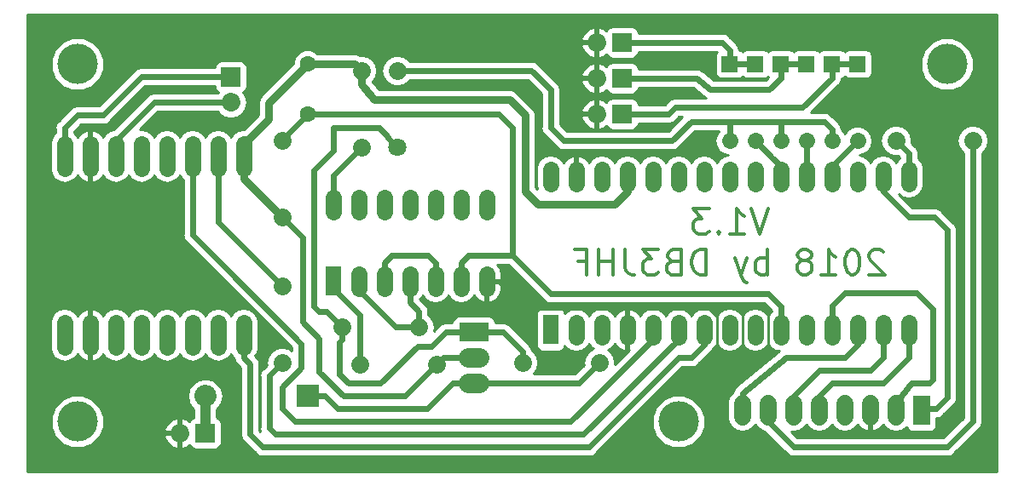
<source format=gbr>
%FSLAX34Y34*%
%MOMM*%
%LNCOPPER_BOTTOM*%
G71*
G01*
%ADD10C, 0.300*%
%ADD11R, 1.600X3.000*%
%ADD12C, 1.600*%
%ADD13C, 1.600*%
%ADD14R, 3.000X1.905*%
%ADD15C, 1.905*%
%ADD16C, 2.200*%
%ADD17C, 1.900*%
%ADD18C, 1.800*%
%ADD19C, 1.800*%
%ADD20R, 1.700X3.000*%
%ADD21C, 1.700*%
%ADD22C, 4.000*%
%ADD23C, 0.600*%
%ADD24C, 0.250*%
%ADD25C, 0.800*%
%ADD26C, 1.000*%
%ADD27C, 0.254*%
%LPD*%
G54D10*
X735795Y-193860D02*
X727462Y-218860D01*
X719129Y-193860D01*
G54D10*
X697700Y-218860D02*
X711986Y-218860D01*
G54D10*
X704843Y-218860D02*
X704843Y-193860D01*
X707224Y-197431D01*
X709605Y-199812D01*
X711986Y-201002D01*
G54D10*
X688176Y-217669D02*
X686986Y-216479D01*
X685795Y-217669D01*
X686986Y-218860D01*
X688176Y-217669D01*
G54D10*
X686986Y-216479D02*
X686986Y-218860D01*
G54D10*
X677462Y-193860D02*
X661986Y-193860D01*
X670319Y-203383D01*
X666748Y-203383D01*
X664367Y-204574D01*
X663176Y-205764D01*
X661986Y-208145D01*
X661986Y-214098D01*
X663176Y-216479D01*
X664367Y-217669D01*
X666748Y-218860D01*
X673890Y-218860D01*
X676271Y-217669D01*
X677462Y-216479D01*
G54D10*
X850676Y-236740D02*
X849486Y-235550D01*
X847105Y-234360D01*
X841152Y-234360D01*
X838771Y-235550D01*
X837581Y-236740D01*
X836390Y-239121D01*
X836390Y-241502D01*
X837581Y-245074D01*
X851867Y-259360D01*
X836390Y-259360D01*
G54D10*
X823295Y-235550D02*
X820914Y-234360D01*
X818533Y-234360D01*
X816152Y-235550D01*
X814962Y-236740D01*
X813771Y-239121D01*
X812581Y-243883D01*
X812581Y-249836D01*
X813771Y-254598D01*
X814962Y-256979D01*
X816152Y-258169D01*
X818533Y-259360D01*
X820914Y-259360D01*
X823295Y-258169D01*
X824486Y-256979D01*
X825676Y-254598D01*
X826867Y-249836D01*
X826867Y-243883D01*
X825676Y-239121D01*
X824486Y-236740D01*
X823295Y-235550D01*
G54D10*
X788771Y-259360D02*
X803057Y-259360D01*
G54D10*
X795914Y-259360D02*
X795914Y-234360D01*
X798295Y-237931D01*
X800676Y-240312D01*
X803057Y-241502D01*
G54D10*
X774486Y-245074D02*
X776867Y-246264D01*
X778057Y-247455D01*
X779248Y-249836D01*
X779248Y-254598D01*
X778057Y-256979D01*
X776867Y-258169D01*
X774486Y-259360D01*
X769724Y-259360D01*
X767343Y-258169D01*
X766152Y-256979D01*
X764962Y-254598D01*
X764962Y-249836D01*
X766152Y-247455D01*
X767343Y-246264D01*
X769724Y-245074D01*
X774486Y-245074D01*
X776867Y-243883D01*
X778057Y-242693D01*
X779248Y-240312D01*
X779248Y-239121D01*
X778057Y-236740D01*
X776867Y-235550D01*
X774486Y-234360D01*
X769724Y-234360D01*
X767343Y-235550D01*
X766152Y-236740D01*
X764962Y-239121D01*
X764962Y-240312D01*
X766152Y-242693D01*
X767343Y-243883D01*
X769724Y-245074D01*
G54D10*
X735200Y-259360D02*
X735200Y-234360D01*
G54D10*
X735200Y-243883D02*
X732819Y-242693D01*
X728057Y-242693D01*
X725676Y-243883D01*
X724486Y-245074D01*
X723295Y-247455D01*
X723295Y-254598D01*
X724486Y-256979D01*
X725676Y-258169D01*
X728057Y-259360D01*
X732819Y-259360D01*
X735200Y-258169D01*
G54D10*
X714962Y-242693D02*
X709010Y-259360D01*
X703057Y-242693D01*
G54D10*
X709010Y-259360D02*
X711390Y-265312D01*
X712581Y-266502D01*
X714962Y-267693D01*
G54D10*
X668533Y-259360D02*
X674486Y-259360D01*
X674486Y-234360D01*
X668533Y-234360D01*
X664962Y-235550D01*
X662581Y-237931D01*
X661390Y-240312D01*
X660200Y-245074D01*
X660200Y-248645D01*
X661390Y-253407D01*
X662581Y-255788D01*
X664962Y-258169D01*
X668533Y-259360D01*
G54D10*
X638771Y-245074D02*
X641152Y-246264D01*
X637581Y-247455D01*
X636390Y-248645D01*
X635200Y-251026D01*
X635200Y-254598D01*
X636390Y-256979D01*
X637581Y-258169D01*
X639962Y-259360D01*
X649486Y-259360D01*
X649486Y-234360D01*
X641152Y-234360D01*
X638771Y-235550D01*
X637581Y-236740D01*
X636390Y-239121D01*
X636390Y-241502D01*
X637581Y-243883D01*
X638771Y-245074D01*
G54D10*
X641152Y-246264D02*
X649486Y-246264D01*
G54D10*
X626867Y-234360D02*
X611390Y-234360D01*
X619724Y-243883D01*
X616152Y-243883D01*
X613771Y-245074D01*
X612581Y-246264D01*
X611390Y-248645D01*
X611390Y-254598D01*
X612581Y-256979D01*
X613771Y-258169D01*
X616152Y-259360D01*
X623295Y-259360D01*
X625676Y-258169D01*
X626867Y-256979D01*
G54D10*
X593533Y-234360D02*
X593533Y-252217D01*
X594724Y-255788D01*
X597105Y-258169D01*
X600676Y-259360D01*
X603057Y-259360D01*
G54D10*
X581629Y-259360D02*
X581629Y-234360D01*
G54D10*
X581629Y-246264D02*
X567343Y-246264D01*
G54D10*
X567343Y-259360D02*
X567343Y-234360D01*
G54D10*
X547105Y-246264D02*
X555438Y-246264D01*
G54D10*
X555438Y-259360D02*
X555438Y-234360D01*
X543533Y-234360D01*
X519900Y-314160D02*
G54D11*
D03*
G54D12*
X850100Y-168760D02*
X850100Y-154760D01*
G54D12*
X545300Y-321160D02*
X545300Y-307160D01*
G54D12*
X824700Y-168760D02*
X824700Y-154760D01*
G54D12*
X570700Y-321160D02*
X570700Y-307160D01*
G54D12*
X799300Y-168760D02*
X799300Y-154760D01*
G54D12*
X596100Y-321160D02*
X596100Y-307160D01*
G54D12*
X773900Y-168760D02*
X773900Y-154760D01*
G54D12*
X621500Y-321160D02*
X621500Y-307160D01*
G54D12*
X748500Y-168760D02*
X748500Y-154760D01*
G54D12*
X646900Y-321160D02*
X646900Y-307160D01*
G54D12*
X723100Y-168760D02*
X723100Y-154760D01*
G54D12*
X672300Y-321160D02*
X672300Y-307160D01*
G54D12*
X697700Y-168760D02*
X697700Y-154760D01*
G54D12*
X697700Y-321160D02*
X697700Y-307160D01*
G54D12*
X672300Y-168760D02*
X672300Y-154760D01*
G54D12*
X723100Y-321160D02*
X723100Y-307160D01*
G54D12*
X646900Y-168760D02*
X646900Y-154760D01*
G54D12*
X748500Y-321160D02*
X748500Y-307160D01*
G54D12*
X621500Y-168760D02*
X621500Y-154760D01*
G54D12*
X773900Y-321160D02*
X773900Y-307160D01*
G54D12*
X596100Y-168760D02*
X596100Y-154760D01*
G54D12*
X799300Y-321160D02*
X799300Y-307160D01*
G54D12*
X570700Y-168760D02*
X570700Y-154760D01*
G54D12*
X824700Y-321160D02*
X824700Y-307160D01*
G54D12*
X545300Y-168760D02*
X545300Y-154760D01*
G54D12*
X850100Y-321160D02*
X850100Y-307160D01*
G54D12*
X519900Y-168760D02*
X519900Y-154760D01*
G54D12*
X875500Y-321160D02*
X875500Y-307160D01*
G54D12*
X875500Y-168760D02*
X875500Y-154760D01*
X278600Y-100000D02*
G54D13*
D03*
X278600Y-50000D02*
G54D13*
D03*
G36*
X715100Y-42000D02*
X731100Y-42000D01*
X731100Y-58000D01*
X715100Y-58000D01*
X715100Y-42000D01*
G37*
G54D12*
X723100Y-126200D02*
X723100Y-126200D01*
X443700Y-316700D02*
G54D14*
D03*
G54D15*
X438225Y-342100D02*
X449175Y-342100D01*
G54D15*
X438225Y-367500D02*
X449175Y-367500D01*
X304000Y-265900D02*
G54D11*
D03*
G54D12*
X456400Y-196700D02*
X456400Y-182700D01*
G54D12*
X329400Y-272900D02*
X329400Y-258900D01*
G54D12*
X431000Y-196700D02*
X431000Y-182700D01*
G54D12*
X354800Y-272900D02*
X354800Y-258900D01*
G54D12*
X405600Y-196700D02*
X405600Y-182700D01*
G54D12*
X380200Y-272900D02*
X380200Y-258900D01*
G54D12*
X380200Y-196700D02*
X380200Y-182700D01*
G54D12*
X405600Y-272900D02*
X405600Y-258900D01*
G54D12*
X354800Y-196700D02*
X354800Y-182700D01*
G54D12*
X431000Y-272900D02*
X431000Y-258900D01*
G54D12*
X329400Y-196700D02*
X329400Y-182700D01*
G54D12*
X456400Y-272900D02*
X456400Y-258900D01*
G54D12*
X304000Y-196700D02*
X304000Y-182700D01*
G36*
X689700Y-42000D02*
X705700Y-42000D01*
X705700Y-58000D01*
X689700Y-58000D01*
X689700Y-42000D01*
G37*
G54D12*
X697700Y-126200D02*
X697700Y-126200D01*
G54D12*
X748500Y-126200D02*
X748500Y-126200D01*
G36*
X740500Y-42000D02*
X756500Y-42000D01*
X756500Y-58000D01*
X740500Y-58000D01*
X740500Y-42000D01*
G37*
G36*
X267600Y-369200D02*
X289600Y-369200D01*
X289600Y-391200D01*
X267600Y-391200D01*
X267600Y-369200D01*
G37*
G54D16*
X177000Y-380200D02*
X177000Y-380200D01*
G36*
X791300Y-42000D02*
X807300Y-42000D01*
X807300Y-58000D01*
X791300Y-58000D01*
X791300Y-42000D01*
G37*
G54D12*
X799300Y-126200D02*
X799300Y-126200D01*
G54D17*
X202400Y-88100D02*
X202400Y-88100D01*
G36*
X192900Y-53200D02*
X211900Y-53200D01*
X211900Y-72200D01*
X192900Y-72200D01*
X192900Y-53200D01*
G37*
G54D18*
X406870Y-348450D02*
X406870Y-348450D01*
G54D18*
X330670Y-348450D02*
X330670Y-348450D01*
G54D18*
X568160Y-347180D02*
X568160Y-347180D01*
G54D18*
X491960Y-347180D02*
X491960Y-347180D01*
G54D18*
X331940Y-56350D02*
X331940Y-56350D01*
G54D18*
X331940Y-132550D02*
X331940Y-132550D01*
G54D18*
X367500Y-56350D02*
X367500Y-56350D01*
X367500Y-132550D02*
G54D19*
D03*
G54D18*
X253200Y-270980D02*
X253200Y-270980D01*
G54D18*
X253200Y-347180D02*
X253200Y-347180D01*
G54D18*
X862800Y-126200D02*
X862800Y-126200D01*
G54D18*
X939000Y-126200D02*
X939000Y-126200D01*
G36*
X816700Y-42000D02*
X832700Y-42000D01*
X832700Y-58000D01*
X816700Y-58000D01*
X816700Y-42000D01*
G37*
G54D12*
X824700Y-126200D02*
X824700Y-126200D01*
G54D12*
X773900Y-126200D02*
X773900Y-126200D01*
G36*
X765900Y-42000D02*
X781900Y-42000D01*
X781900Y-58000D01*
X765900Y-58000D01*
X765900Y-42000D01*
G37*
X888200Y-394170D02*
G54D20*
D03*
G54D21*
X862800Y-400670D02*
X862800Y-387670D01*
G54D21*
X837400Y-400670D02*
X837400Y-387670D01*
G54D21*
X812000Y-400670D02*
X812000Y-387670D01*
G54D21*
X786600Y-400670D02*
X786600Y-387670D01*
G54D21*
X761200Y-400670D02*
X761200Y-387670D01*
G54D21*
X735800Y-400670D02*
X735800Y-387670D01*
G54D21*
X710400Y-400670D02*
X710400Y-387670D01*
G54D12*
X215100Y-331240D02*
X215100Y-307240D01*
G54D12*
X215100Y-153440D02*
X215100Y-129440D01*
G54D12*
X189700Y-331240D02*
X189700Y-307240D01*
G54D12*
X189700Y-153440D02*
X189700Y-129440D01*
G54D12*
X164300Y-331240D02*
X164300Y-307240D01*
G54D12*
X164300Y-153440D02*
X164300Y-129440D01*
G54D12*
X138900Y-331240D02*
X138900Y-307240D01*
G54D12*
X138900Y-153440D02*
X138900Y-129440D01*
G54D12*
X113500Y-331240D02*
X113500Y-307240D01*
G54D12*
X113500Y-153440D02*
X113500Y-129440D01*
G54D12*
X88100Y-331240D02*
X88100Y-307240D01*
G54D12*
X88100Y-153440D02*
X88100Y-129440D01*
G54D12*
X62700Y-331240D02*
X62700Y-307240D01*
G54D12*
X62700Y-153440D02*
X62700Y-129440D01*
G54D12*
X37300Y-331240D02*
X37300Y-307240D01*
G54D12*
X37300Y-153440D02*
X37300Y-129440D01*
G54D18*
X312890Y-311620D02*
X312890Y-311620D01*
G54D18*
X389090Y-311620D02*
X389090Y-311620D01*
G54D18*
X253200Y-126200D02*
X253200Y-126200D01*
G54D18*
X253200Y-202400D02*
X253200Y-202400D01*
G36*
X167500Y-407530D02*
X186500Y-407530D01*
X186500Y-426530D01*
X167500Y-426530D01*
X167500Y-407530D01*
G37*
G54D17*
X151600Y-417030D02*
X151600Y-417030D01*
G36*
X581520Y-90030D02*
X600520Y-90030D01*
X600520Y-109030D01*
X581520Y-109030D01*
X581520Y-90030D01*
G37*
G54D17*
X565620Y-99530D02*
X565620Y-99530D01*
G54D17*
X565620Y-63970D02*
X565620Y-63970D01*
G36*
X581520Y-54470D02*
X600520Y-54470D01*
X600520Y-73470D01*
X581520Y-73470D01*
X581520Y-54470D01*
G37*
G54D17*
X565620Y-28410D02*
X565620Y-28410D01*
G36*
X581520Y-18910D02*
X600520Y-18910D01*
X600520Y-37910D01*
X581520Y-37910D01*
X581520Y-18910D01*
G37*
X913600Y-50000D02*
G54D22*
D03*
X646900Y-405600D02*
G54D22*
D03*
X50000Y-50000D02*
G54D22*
D03*
X50000Y-405600D02*
G54D22*
D03*
G54D23*
X850100Y-164300D02*
X850100Y-177000D01*
X875500Y-202400D01*
X900900Y-202400D01*
X913600Y-215100D01*
X913600Y-382000D01*
X902700Y-392900D01*
X888200Y-392900D01*
G54D23*
X824700Y-126200D02*
X799300Y-151600D01*
X799300Y-163030D01*
G54D24*
X735800Y-328130D02*
X735800Y-293840D01*
X730720Y-288760D01*
X710400Y-288760D01*
X710400Y-339560D01*
X685000Y-339560D01*
X685000Y-301460D01*
X677380Y-293840D01*
X494840Y-293840D01*
X466900Y-265900D01*
X456400Y-265900D01*
G54D23*
X773900Y-126200D02*
X773900Y-163030D01*
G54D23*
X621500Y-316700D02*
X621500Y-323700D01*
X539600Y-405600D01*
X265900Y-405600D01*
X253200Y-392900D01*
X253200Y-371310D01*
X272250Y-352260D01*
X272250Y-328130D01*
X202400Y-258280D01*
X164300Y-220180D01*
X164300Y-141440D01*
G54D23*
X723100Y-126200D02*
X739610Y-142710D01*
X748500Y-151600D01*
X748500Y-161760D01*
G54D23*
X646900Y-316700D02*
X646900Y-323700D01*
X552300Y-418300D01*
X246850Y-418300D01*
X240500Y-411950D01*
X240500Y-359880D01*
X253200Y-347180D01*
G54D23*
X672300Y-316700D02*
X672300Y-329400D01*
X659600Y-342100D01*
X646900Y-342100D01*
X558000Y-431000D01*
X234150Y-431000D01*
X221450Y-418300D01*
X221450Y-348450D01*
X215100Y-342100D01*
X215100Y-337700D01*
X215100Y-316700D01*
X215100Y-325700D01*
G54D23*
X748500Y-315430D02*
X748500Y-291300D01*
X735800Y-278600D01*
X519900Y-278600D01*
X494500Y-253200D01*
X481800Y-240500D01*
X481800Y-227800D01*
X481800Y-177000D01*
X481800Y-113500D01*
X468300Y-100000D01*
X278600Y-100000D01*
X253200Y-125400D01*
X253200Y-126200D01*
G54D23*
X431000Y-265900D02*
X431000Y-247900D01*
X438400Y-240500D01*
X481800Y-240500D01*
G54D23*
X215100Y-129900D02*
X215100Y-138900D01*
G54D25*
X253200Y-202400D02*
X215100Y-164300D01*
X215100Y-141440D01*
X215100Y-129440D01*
X240120Y-104420D01*
X240120Y-88480D01*
X270600Y-58000D01*
X278600Y-50000D01*
X325590Y-50000D01*
X331940Y-56350D01*
X331940Y-70320D01*
X339940Y-79590D01*
X344640Y-85560D01*
X479260Y-85560D01*
X494500Y-100800D01*
X494500Y-177000D01*
X507200Y-189700D01*
X583400Y-189700D01*
X596100Y-177000D01*
X596100Y-161760D01*
G54D23*
X443700Y-342100D02*
X413220Y-342100D01*
X406870Y-348450D01*
X375120Y-380200D01*
X314160Y-380200D01*
X290030Y-356070D01*
X290030Y-323050D01*
X273520Y-306540D01*
X273520Y-222720D01*
X253200Y-202400D01*
G54D23*
X862800Y-394170D02*
X862800Y-386550D01*
X878040Y-367500D01*
X895820Y-367500D01*
X899630Y-363690D01*
X899630Y-293840D01*
X883120Y-277330D01*
X812000Y-277330D01*
X799300Y-290030D01*
X799300Y-315430D01*
G54D23*
X824700Y-316700D02*
X824700Y-329400D01*
X812000Y-342100D01*
X753580Y-342100D01*
X710400Y-377660D01*
X710400Y-392900D01*
G54D23*
X850100Y-316700D02*
X850100Y-342100D01*
X837400Y-354800D01*
X786600Y-354800D01*
X761200Y-380200D01*
X761200Y-392900D01*
G54D23*
X875500Y-316700D02*
X875500Y-342100D01*
X850100Y-367500D01*
X799300Y-367500D01*
X786600Y-380200D01*
X786600Y-392900D01*
G54D23*
X862800Y-126200D02*
X875500Y-138900D01*
X875500Y-164300D01*
G54D23*
X278600Y-380200D02*
X295600Y-380200D01*
X308300Y-392900D01*
X397300Y-392900D01*
X422700Y-367500D01*
X443700Y-367500D01*
X547840Y-367500D01*
X568160Y-347180D01*
G54D23*
X799300Y-126200D02*
X799300Y-114886D01*
X791564Y-107150D01*
X748500Y-107150D01*
X748500Y-126200D01*
G54D23*
X697700Y-126200D02*
X697700Y-114886D01*
X697700Y-107150D01*
X748500Y-107150D01*
G54D23*
X697700Y-107150D02*
X659600Y-107150D01*
X640550Y-126200D01*
X532600Y-126200D01*
X519900Y-113500D01*
X519900Y-75400D01*
X500850Y-56350D01*
X367500Y-56350D01*
G54D23*
X253200Y-270980D02*
X189700Y-207480D01*
X189700Y-141440D01*
G54D23*
X202400Y-88100D02*
X126200Y-88100D01*
X88100Y-126200D01*
X88100Y-138900D01*
G54D23*
X202400Y-62700D02*
X113500Y-62700D01*
X75400Y-100800D01*
X50000Y-100800D01*
X37300Y-113500D01*
X37300Y-138900D01*
G54D24*
X405600Y-265900D02*
X405600Y-269900D01*
G54D23*
X354800Y-269900D02*
X354800Y-265900D01*
X354800Y-247900D01*
X362200Y-240500D01*
X398200Y-240500D01*
X405600Y-247900D01*
X405600Y-265900D01*
G54D23*
X939000Y-126200D02*
X939000Y-405600D01*
X913600Y-431000D01*
X761200Y-431000D01*
X735800Y-405600D01*
X735800Y-392900D01*
G54D23*
X367500Y-132550D02*
X358500Y-123550D01*
X358500Y-122280D01*
X349720Y-113500D01*
X304000Y-113500D01*
X304000Y-136360D01*
X284950Y-155410D01*
X284950Y-291300D01*
X290030Y-296380D01*
X297650Y-296380D01*
X312890Y-311620D01*
X312890Y-324348D01*
X310350Y-326888D01*
X310350Y-358610D01*
X319240Y-367500D01*
X350990Y-367500D01*
X387820Y-330670D01*
X401790Y-330670D01*
X415760Y-316700D01*
X443700Y-316700D01*
X466560Y-316700D01*
X472794Y-316700D01*
X491960Y-335866D01*
X491960Y-347180D01*
G54D23*
X304000Y-189700D02*
X304000Y-160490D01*
X331940Y-132550D01*
G54D26*
X177000Y-380200D02*
X177000Y-417030D01*
G54D23*
X591020Y-99530D02*
X637270Y-99530D01*
X643620Y-93180D01*
X770120Y-93180D01*
X799300Y-64000D01*
X799300Y-50000D01*
X824700Y-50000D01*
G54D23*
X773900Y-50000D02*
X748500Y-50000D01*
X748500Y-64000D01*
X737100Y-75400D01*
X678650Y-75400D01*
X664680Y-63970D01*
X591020Y-63970D01*
G54D23*
X723100Y-50000D02*
X697700Y-50000D01*
X697700Y-36000D01*
X690110Y-28410D01*
X591020Y-28410D01*
G54D23*
X304000Y-265900D02*
X304000Y-272900D01*
X330670Y-299570D01*
X330670Y-348450D01*
G54D23*
X329400Y-272900D02*
X329400Y-265900D01*
X329400Y-269900D01*
G54D23*
X329400Y-265900D02*
X329400Y-274790D01*
X366230Y-311620D01*
X389090Y-311620D01*
X389090Y-295790D01*
X380200Y-286900D01*
X380200Y-265900D01*
G36*
X963130Y-455130D02*
X470Y-455130D01*
X470Y-400359D01*
X23650Y-400359D01*
X23650Y-410841D01*
X27662Y-420526D01*
X35074Y-427938D01*
X44759Y-431950D01*
X55241Y-431950D01*
X64926Y-427938D01*
X72109Y-420756D01*
X136194Y-420756D01*
X138793Y-426368D01*
X143341Y-430558D01*
X147874Y-432436D01*
X150330Y-431236D01*
X150330Y-418300D01*
X137388Y-418300D01*
X136194Y-420756D01*
X72109Y-420756D01*
X72338Y-420526D01*
X75330Y-413304D01*
X136194Y-413304D01*
X137388Y-415760D01*
X150330Y-415760D01*
X150330Y-402824D01*
X152870Y-402824D01*
X152870Y-415760D01*
X153070Y-415760D01*
X153070Y-418300D01*
X152870Y-418300D01*
X152870Y-431236D01*
X155326Y-432436D01*
X159859Y-430558D01*
X161528Y-429021D01*
X162922Y-431108D01*
X165022Y-432512D01*
X167500Y-433004D01*
X186500Y-433004D01*
X188978Y-432512D01*
X191078Y-431108D01*
X192482Y-429008D01*
X192974Y-426530D01*
X192974Y-407530D01*
X192482Y-405052D01*
X191078Y-402952D01*
X188978Y-401548D01*
X188350Y-401424D01*
X188350Y-393483D01*
X189509Y-392709D01*
X193343Y-386970D01*
X194690Y-380200D01*
X193343Y-373430D01*
X189509Y-367691D01*
X183770Y-363857D01*
X178709Y-362850D01*
X175291Y-362850D01*
X170230Y-363857D01*
X164491Y-367691D01*
X160657Y-373430D01*
X159310Y-380200D01*
X160657Y-386970D01*
X164491Y-392709D01*
X165650Y-393483D01*
X165650Y-401424D01*
X165022Y-401548D01*
X162922Y-402952D01*
X161528Y-405039D01*
X159859Y-403502D01*
X155326Y-401624D01*
X152870Y-402824D01*
X150330Y-402824D01*
X147874Y-401624D01*
X143341Y-403502D01*
X138793Y-407692D01*
X136194Y-413304D01*
X75330Y-413304D01*
X76350Y-410841D01*
X76350Y-400359D01*
X72338Y-390674D01*
X64926Y-383262D01*
X55241Y-379250D01*
X44759Y-379250D01*
X35074Y-383262D01*
X27662Y-390674D01*
X23650Y-400359D01*
X470Y-400359D01*
X470Y-332653D01*
X22950Y-332653D01*
X23783Y-336839D01*
X26954Y-341586D01*
X31701Y-344757D01*
X37300Y-345871D01*
X42899Y-344757D01*
X47646Y-341586D01*
X50025Y-338025D01*
X53451Y-342285D01*
X58382Y-344984D01*
X59210Y-345159D01*
X61430Y-343939D01*
X61430Y-320510D01*
X61230Y-320510D01*
X61230Y-317970D01*
X61430Y-317970D01*
X61430Y-294541D01*
X59210Y-293321D01*
X58382Y-293496D01*
X53451Y-296195D01*
X50025Y-300455D01*
X47646Y-296894D01*
X42899Y-293723D01*
X37300Y-292609D01*
X31701Y-293723D01*
X26954Y-296894D01*
X23783Y-301641D01*
X22950Y-305827D01*
X22950Y-332653D01*
X470Y-332653D01*
X470Y-154853D01*
X22950Y-154853D01*
X23783Y-159039D01*
X26954Y-163786D01*
X31701Y-166957D01*
X37300Y-168071D01*
X42899Y-166957D01*
X47646Y-163786D01*
X50025Y-160225D01*
X53451Y-164485D01*
X58382Y-167184D01*
X59210Y-167359D01*
X61430Y-166139D01*
X61430Y-142710D01*
X61230Y-142710D01*
X61230Y-140170D01*
X61430Y-140170D01*
X61430Y-116741D01*
X59210Y-115521D01*
X58382Y-115696D01*
X53451Y-118395D01*
X50025Y-122655D01*
X47646Y-119094D01*
X46650Y-118429D01*
X46650Y-117373D01*
X53873Y-110150D01*
X74479Y-110150D01*
X75400Y-110333D01*
X76321Y-110150D01*
X79048Y-109608D01*
X82141Y-107541D01*
X82663Y-106760D01*
X117373Y-72050D01*
X186426Y-72050D01*
X186426Y-72200D01*
X186918Y-74678D01*
X188322Y-76778D01*
X190106Y-77970D01*
X189585Y-78750D01*
X127121Y-78750D01*
X126200Y-78567D01*
X125279Y-78750D01*
X122552Y-79292D01*
X119459Y-81359D01*
X118937Y-82140D01*
X85814Y-115264D01*
X82501Y-115923D01*
X77754Y-119094D01*
X75375Y-122655D01*
X71949Y-118395D01*
X67018Y-115696D01*
X66190Y-115521D01*
X63970Y-116741D01*
X63970Y-140170D01*
X64170Y-140170D01*
X64170Y-142710D01*
X63970Y-142710D01*
X63970Y-166139D01*
X66190Y-167359D01*
X67018Y-167184D01*
X71949Y-164485D01*
X75375Y-160225D01*
X77754Y-163786D01*
X82501Y-166957D01*
X88100Y-168071D01*
X93699Y-166957D01*
X98446Y-163786D01*
X100800Y-160262D01*
X103154Y-163786D01*
X107901Y-166957D01*
X113500Y-168071D01*
X119099Y-166957D01*
X123846Y-163786D01*
X126200Y-160262D01*
X128554Y-163786D01*
X133301Y-166957D01*
X138900Y-168071D01*
X144499Y-166957D01*
X149246Y-163786D01*
X151600Y-160262D01*
X153954Y-163786D01*
X154950Y-164451D01*
X154950Y-219259D01*
X154767Y-220180D01*
X154950Y-221101D01*
X155492Y-223828D01*
X157559Y-226921D01*
X158340Y-227443D01*
X195137Y-264240D01*
X262900Y-332003D01*
X262900Y-335200D01*
X259189Y-332721D01*
X254712Y-331830D01*
X251688Y-331830D01*
X247211Y-332721D01*
X242133Y-336113D01*
X238741Y-341191D01*
X237549Y-347180D01*
X237952Y-349205D01*
X234540Y-352617D01*
X233759Y-353139D01*
X233238Y-353920D01*
X231692Y-356232D01*
X230967Y-359880D01*
X231150Y-360801D01*
X231150Y-411029D01*
X230967Y-411950D01*
X231504Y-414652D01*
X231623Y-415250D01*
X230800Y-414427D01*
X230800Y-349371D01*
X230983Y-348450D01*
X230494Y-345992D01*
X230258Y-344802D01*
X228191Y-341709D01*
X227410Y-341187D01*
X226392Y-340169D01*
X228617Y-336839D01*
X229450Y-332653D01*
X229450Y-305827D01*
X228617Y-301641D01*
X225446Y-296894D01*
X220699Y-293723D01*
X215100Y-292609D01*
X209501Y-293723D01*
X204754Y-296894D01*
X202400Y-300418D01*
X200046Y-296894D01*
X195299Y-293723D01*
X189700Y-292609D01*
X184101Y-293723D01*
X179354Y-296894D01*
X177000Y-300418D01*
X174646Y-296894D01*
X169899Y-293723D01*
X164300Y-292609D01*
X158701Y-293723D01*
X153954Y-296894D01*
X151600Y-300418D01*
X149246Y-296894D01*
X144499Y-293723D01*
X138900Y-292609D01*
X133301Y-293723D01*
X128554Y-296894D01*
X126200Y-300418D01*
X123846Y-296894D01*
X119099Y-293723D01*
X113500Y-292609D01*
X107901Y-293723D01*
X103154Y-296894D01*
X100800Y-300418D01*
X98446Y-296894D01*
X93699Y-293723D01*
X88100Y-292609D01*
X82501Y-293723D01*
X77754Y-296894D01*
X75375Y-300455D01*
X71949Y-296195D01*
X67018Y-293496D01*
X66190Y-293321D01*
X63970Y-294541D01*
X63970Y-317970D01*
X64170Y-317970D01*
X64170Y-320510D01*
X63970Y-320510D01*
X63970Y-343939D01*
X66190Y-345159D01*
X67018Y-344984D01*
X71949Y-342285D01*
X75375Y-338025D01*
X77754Y-341586D01*
X82501Y-344757D01*
X88100Y-345871D01*
X93699Y-344757D01*
X98446Y-341586D01*
X100800Y-338062D01*
X103154Y-341586D01*
X107901Y-344757D01*
X113500Y-345871D01*
X119099Y-344757D01*
X123846Y-341586D01*
X126200Y-338062D01*
X128554Y-341586D01*
X133301Y-344757D01*
X138900Y-345871D01*
X144499Y-344757D01*
X149246Y-341586D01*
X151600Y-338062D01*
X153954Y-341586D01*
X158701Y-344757D01*
X164300Y-345871D01*
X169899Y-344757D01*
X174646Y-341586D01*
X177000Y-338062D01*
X179354Y-341586D01*
X184101Y-344757D01*
X189700Y-345871D01*
X195299Y-344757D01*
X200046Y-341586D01*
X202400Y-338062D01*
X204754Y-341586D01*
X205573Y-342133D01*
X206104Y-344802D01*
X206292Y-345748D01*
X208359Y-348841D01*
X209140Y-349363D01*
X212100Y-352323D01*
X212100Y-417379D01*
X211917Y-418300D01*
X212100Y-419221D01*
X212642Y-421948D01*
X214709Y-425041D01*
X215490Y-425563D01*
X226887Y-436960D01*
X227409Y-437741D01*
X230502Y-439808D01*
X233229Y-440350D01*
X234150Y-440533D01*
X235071Y-440350D01*
X557079Y-440350D01*
X558000Y-440533D01*
X558921Y-440350D01*
X561648Y-439808D01*
X564741Y-437741D01*
X565263Y-436960D01*
X601864Y-400359D01*
X620550Y-400359D01*
X620550Y-410841D01*
X624562Y-420526D01*
X631974Y-427938D01*
X641659Y-431950D01*
X652141Y-431950D01*
X661826Y-427938D01*
X669238Y-420526D01*
X673250Y-410841D01*
X673250Y-400359D01*
X669238Y-390674D01*
X661826Y-383262D01*
X652141Y-379250D01*
X641659Y-379250D01*
X631974Y-383262D01*
X624562Y-390674D01*
X620550Y-400359D01*
X601864Y-400359D01*
X650773Y-351450D01*
X658679Y-351450D01*
X659600Y-351633D01*
X660521Y-351450D01*
X663248Y-350908D01*
X666341Y-348841D01*
X666863Y-348060D01*
X678260Y-336663D01*
X679041Y-336141D01*
X681108Y-333048D01*
X681226Y-332455D01*
X682646Y-331506D01*
X685000Y-327982D01*
X687354Y-331506D01*
X692101Y-334677D01*
X697700Y-335791D01*
X703299Y-334677D01*
X708046Y-331506D01*
X710400Y-327982D01*
X712754Y-331506D01*
X717501Y-334677D01*
X723100Y-335791D01*
X728699Y-334677D01*
X733446Y-331506D01*
X735800Y-327982D01*
X738154Y-331506D01*
X742901Y-334677D01*
X746779Y-335449D01*
X746572Y-335759D01*
X704817Y-370145D01*
X703659Y-370919D01*
X702876Y-372090D01*
X701985Y-373180D01*
X701851Y-373625D01*
X701592Y-374012D01*
X701318Y-375393D01*
X701134Y-376001D01*
X699694Y-376964D01*
X696412Y-381876D01*
X695550Y-386207D01*
X695550Y-402133D01*
X696412Y-406464D01*
X699694Y-411376D01*
X704606Y-414658D01*
X710400Y-415811D01*
X716194Y-414658D01*
X721106Y-411376D01*
X723100Y-408392D01*
X725094Y-411376D01*
X730006Y-414658D01*
X732040Y-415063D01*
X753937Y-436960D01*
X754459Y-437741D01*
X757552Y-439808D01*
X760279Y-440350D01*
X761200Y-440533D01*
X762121Y-440350D01*
X912679Y-440350D01*
X913600Y-440533D01*
X914521Y-440350D01*
X917248Y-439808D01*
X920341Y-437741D01*
X920863Y-436960D01*
X944960Y-412863D01*
X945741Y-412341D01*
X947808Y-409248D01*
X948350Y-406521D01*
X948533Y-405600D01*
X948350Y-404679D01*
X948350Y-138414D01*
X950067Y-137267D01*
X953459Y-132189D01*
X954651Y-126200D01*
X953459Y-120211D01*
X950067Y-115133D01*
X944989Y-111741D01*
X940512Y-110850D01*
X937488Y-110850D01*
X933011Y-111741D01*
X927933Y-115133D01*
X924540Y-120211D01*
X923349Y-126200D01*
X924540Y-132189D01*
X927933Y-137267D01*
X929650Y-138414D01*
X929650Y-401727D01*
X909727Y-421650D01*
X765073Y-421650D01*
X758746Y-415323D01*
X761200Y-415811D01*
X766994Y-414658D01*
X771906Y-411376D01*
X773900Y-408392D01*
X775894Y-411376D01*
X780806Y-414658D01*
X786600Y-415811D01*
X792394Y-414658D01*
X797306Y-411376D01*
X799300Y-408392D01*
X801294Y-411376D01*
X806206Y-414658D01*
X812000Y-415811D01*
X817794Y-414658D01*
X822706Y-411376D01*
X824772Y-408284D01*
X827798Y-412069D01*
X832890Y-414876D01*
X833831Y-415085D01*
X836130Y-413872D01*
X836130Y-395440D01*
X835930Y-395440D01*
X835930Y-392900D01*
X836130Y-392900D01*
X836130Y-392700D01*
X838670Y-392700D01*
X838670Y-392900D01*
X838870Y-392900D01*
X838870Y-395440D01*
X838670Y-395440D01*
X838670Y-413872D01*
X840969Y-415085D01*
X841910Y-414876D01*
X847002Y-412069D01*
X850028Y-408284D01*
X852094Y-411376D01*
X857006Y-414658D01*
X862800Y-415811D01*
X868594Y-414658D01*
X873506Y-411376D01*
X873628Y-411194D01*
X873718Y-411648D01*
X875122Y-413748D01*
X877222Y-415152D01*
X879700Y-415644D01*
X896700Y-415644D01*
X899178Y-415152D01*
X901278Y-413748D01*
X902682Y-411648D01*
X903174Y-409170D01*
X903174Y-402339D01*
X903621Y-402250D01*
X906348Y-401708D01*
X909441Y-399641D01*
X909963Y-398860D01*
X919560Y-389263D01*
X920341Y-388741D01*
X922408Y-385648D01*
X922950Y-382921D01*
X923133Y-382000D01*
X922950Y-381079D01*
X922950Y-216021D01*
X923133Y-215100D01*
X922950Y-214179D01*
X922408Y-211452D01*
X920341Y-208359D01*
X919560Y-207837D01*
X908163Y-196440D01*
X907641Y-195659D01*
X904548Y-193592D01*
X901821Y-193050D01*
X900900Y-192867D01*
X899979Y-193050D01*
X879373Y-193050D01*
X865981Y-179658D01*
X869901Y-182277D01*
X875500Y-183391D01*
X881099Y-182277D01*
X885846Y-179106D01*
X889017Y-174359D01*
X889850Y-170173D01*
X889850Y-153347D01*
X889017Y-149161D01*
X885846Y-144414D01*
X884850Y-143749D01*
X884850Y-139821D01*
X885033Y-138900D01*
X884850Y-137979D01*
X884308Y-135252D01*
X882241Y-132159D01*
X881460Y-131637D01*
X878048Y-128225D01*
X878451Y-126200D01*
X877259Y-120211D01*
X873867Y-115133D01*
X868789Y-111741D01*
X864312Y-110850D01*
X861288Y-110850D01*
X856811Y-111741D01*
X851733Y-115133D01*
X848341Y-120211D01*
X847149Y-126200D01*
X848341Y-132189D01*
X851733Y-137267D01*
X856811Y-140659D01*
X861288Y-141550D01*
X864312Y-141550D01*
X864825Y-141448D01*
X866150Y-142773D01*
X866150Y-143749D01*
X865154Y-144414D01*
X862800Y-147938D01*
X860446Y-144414D01*
X855699Y-141243D01*
X850100Y-140129D01*
X844501Y-141243D01*
X839754Y-144414D01*
X837400Y-147938D01*
X835046Y-144414D01*
X830299Y-141243D01*
X826465Y-140480D01*
X830299Y-139717D01*
X835046Y-136546D01*
X838218Y-131799D01*
X839331Y-126200D01*
X838218Y-120601D01*
X835046Y-115854D01*
X830299Y-112683D01*
X826113Y-111850D01*
X823287Y-111850D01*
X819101Y-112683D01*
X814354Y-115854D01*
X812000Y-119378D01*
X809646Y-115854D01*
X808758Y-115261D01*
X808833Y-114886D01*
X808108Y-111238D01*
X806563Y-108926D01*
X806041Y-108145D01*
X805260Y-107624D01*
X798826Y-101190D01*
X798305Y-100409D01*
X795212Y-98342D01*
X792485Y-97800D01*
X791564Y-97617D01*
X790643Y-97800D01*
X778723Y-97800D01*
X805260Y-71263D01*
X806041Y-70741D01*
X808108Y-67648D01*
X808650Y-64921D01*
X808798Y-64176D01*
X809778Y-63982D01*
X811878Y-62578D01*
X812000Y-62396D01*
X812122Y-62578D01*
X814222Y-63982D01*
X816700Y-64474D01*
X832700Y-64474D01*
X835178Y-63982D01*
X837278Y-62578D01*
X838682Y-60478D01*
X839174Y-58000D01*
X839174Y-44759D01*
X887250Y-44759D01*
X887250Y-55241D01*
X891262Y-64926D01*
X898674Y-72338D01*
X908359Y-76350D01*
X918841Y-76350D01*
X928526Y-72338D01*
X935938Y-64926D01*
X939950Y-55241D01*
X939950Y-44759D01*
X935938Y-35074D01*
X928526Y-27662D01*
X918841Y-23650D01*
X908359Y-23650D01*
X898674Y-27662D01*
X891262Y-35074D01*
X887250Y-44759D01*
X839174Y-44759D01*
X839174Y-42000D01*
X838682Y-39522D01*
X837278Y-37422D01*
X835178Y-36018D01*
X832700Y-35526D01*
X816700Y-35526D01*
X814222Y-36018D01*
X812122Y-37422D01*
X812000Y-37604D01*
X811878Y-37422D01*
X809778Y-36018D01*
X807300Y-35526D01*
X791300Y-35526D01*
X788822Y-36018D01*
X786722Y-37422D01*
X786600Y-37604D01*
X786478Y-37422D01*
X784378Y-36018D01*
X781900Y-35526D01*
X765900Y-35526D01*
X763422Y-36018D01*
X761322Y-37422D01*
X761200Y-37604D01*
X761078Y-37422D01*
X758978Y-36018D01*
X756500Y-35526D01*
X740500Y-35526D01*
X738022Y-36018D01*
X735922Y-37422D01*
X735800Y-37604D01*
X735678Y-37422D01*
X733578Y-36018D01*
X731100Y-35526D01*
X715100Y-35526D01*
X712622Y-36018D01*
X710522Y-37422D01*
X710400Y-37604D01*
X710278Y-37422D01*
X708178Y-36018D01*
X707198Y-35824D01*
X706508Y-32352D01*
X704963Y-30040D01*
X704441Y-29259D01*
X703660Y-28737D01*
X697373Y-22450D01*
X696851Y-21669D01*
X693758Y-19602D01*
X691031Y-19060D01*
X690110Y-18877D01*
X689189Y-19060D01*
X606994Y-19060D01*
X606994Y-18910D01*
X606502Y-16432D01*
X605098Y-14332D01*
X602998Y-12928D01*
X600520Y-12436D01*
X581520Y-12436D01*
X579042Y-12928D01*
X576942Y-14332D01*
X575548Y-16419D01*
X573879Y-14882D01*
X569346Y-13004D01*
X566890Y-14204D01*
X566890Y-27140D01*
X567090Y-27140D01*
X567090Y-29680D01*
X566890Y-29680D01*
X566890Y-42616D01*
X569346Y-43816D01*
X573879Y-41938D01*
X575548Y-40401D01*
X576942Y-42488D01*
X579042Y-43892D01*
X581520Y-44384D01*
X600520Y-44384D01*
X602998Y-43892D01*
X605098Y-42488D01*
X606502Y-40388D01*
X606994Y-37910D01*
X606994Y-37760D01*
X684896Y-37760D01*
X683718Y-39522D01*
X683226Y-42000D01*
X683226Y-58000D01*
X683718Y-60478D01*
X685122Y-62578D01*
X687222Y-63982D01*
X689700Y-64474D01*
X705700Y-64474D01*
X708178Y-63982D01*
X710278Y-62578D01*
X710400Y-62396D01*
X710522Y-62578D01*
X712622Y-63982D01*
X715100Y-64474D01*
X731100Y-64474D01*
X733578Y-63982D01*
X735678Y-62578D01*
X735800Y-62396D01*
X735922Y-62578D01*
X736388Y-62889D01*
X733227Y-66050D01*
X681988Y-66050D01*
X671680Y-57616D01*
X671421Y-57229D01*
X670251Y-56447D01*
X669888Y-56150D01*
X669487Y-55937D01*
X668328Y-55162D01*
X667857Y-55069D01*
X667434Y-54843D01*
X666047Y-54709D01*
X665601Y-54620D01*
X665132Y-54620D01*
X663731Y-54484D01*
X663286Y-54620D01*
X606994Y-54620D01*
X606994Y-54470D01*
X606502Y-51992D01*
X605098Y-49892D01*
X602998Y-48488D01*
X600520Y-47996D01*
X581520Y-47996D01*
X579042Y-48488D01*
X576942Y-49892D01*
X575548Y-51979D01*
X573879Y-50442D01*
X569346Y-48564D01*
X566890Y-49764D01*
X566890Y-62700D01*
X567090Y-62700D01*
X567090Y-65240D01*
X566890Y-65240D01*
X566890Y-78176D01*
X569346Y-79376D01*
X573879Y-77498D01*
X575548Y-75961D01*
X576942Y-78048D01*
X579042Y-79452D01*
X581520Y-79944D01*
X600520Y-79944D01*
X602998Y-79452D01*
X605098Y-78048D01*
X606502Y-75948D01*
X606994Y-73470D01*
X606994Y-73320D01*
X661342Y-73320D01*
X671650Y-81754D01*
X671909Y-82141D01*
X673079Y-82923D01*
X673442Y-83220D01*
X673843Y-83433D01*
X674437Y-83830D01*
X644541Y-83830D01*
X643620Y-83647D01*
X642699Y-83830D01*
X639972Y-84372D01*
X636879Y-86439D01*
X636357Y-87220D01*
X633397Y-90180D01*
X606994Y-90180D01*
X606994Y-90030D01*
X606502Y-87552D01*
X605098Y-85452D01*
X602998Y-84048D01*
X600520Y-83556D01*
X581520Y-83556D01*
X579042Y-84048D01*
X576942Y-85452D01*
X575548Y-87539D01*
X573879Y-86002D01*
X569346Y-84124D01*
X566890Y-85324D01*
X566890Y-98260D01*
X567090Y-98260D01*
X567090Y-100800D01*
X566890Y-100800D01*
X566890Y-113736D01*
X569346Y-114936D01*
X573879Y-113058D01*
X575548Y-111521D01*
X576942Y-113608D01*
X579042Y-115012D01*
X581520Y-115504D01*
X600520Y-115504D01*
X602998Y-115012D01*
X605098Y-113608D01*
X606502Y-111508D01*
X606994Y-109030D01*
X606994Y-108880D01*
X636349Y-108880D01*
X637270Y-109063D01*
X638191Y-108880D01*
X640918Y-108338D01*
X644011Y-106271D01*
X644533Y-105490D01*
X647493Y-102530D01*
X650997Y-102530D01*
X636677Y-116850D01*
X536473Y-116850D01*
X529250Y-109627D01*
X529250Y-103256D01*
X550214Y-103256D01*
X552813Y-108868D01*
X557361Y-113058D01*
X561894Y-114936D01*
X564350Y-113736D01*
X564350Y-100800D01*
X551408Y-100800D01*
X550214Y-103256D01*
X529250Y-103256D01*
X529250Y-95804D01*
X550214Y-95804D01*
X551408Y-98260D01*
X564350Y-98260D01*
X564350Y-85324D01*
X561894Y-84124D01*
X557361Y-86002D01*
X552813Y-90192D01*
X550214Y-95804D01*
X529250Y-95804D01*
X529250Y-76321D01*
X529433Y-75400D01*
X528708Y-71752D01*
X527163Y-69440D01*
X526641Y-68659D01*
X525860Y-68137D01*
X525419Y-67696D01*
X550214Y-67696D01*
X552813Y-73308D01*
X557361Y-77498D01*
X561894Y-79376D01*
X564350Y-78176D01*
X564350Y-65240D01*
X551408Y-65240D01*
X550214Y-67696D01*
X525419Y-67696D01*
X517967Y-60244D01*
X550214Y-60244D01*
X551408Y-62700D01*
X564350Y-62700D01*
X564350Y-49764D01*
X561894Y-48564D01*
X557361Y-50442D01*
X552813Y-54632D01*
X550214Y-60244D01*
X517967Y-60244D01*
X508113Y-50390D01*
X507591Y-49609D01*
X504498Y-47543D01*
X501771Y-47000D01*
X500850Y-46817D01*
X499929Y-47000D01*
X379714Y-47000D01*
X378567Y-45283D01*
X373489Y-41891D01*
X369012Y-41000D01*
X365988Y-41000D01*
X361511Y-41891D01*
X356433Y-45283D01*
X353041Y-50361D01*
X351849Y-56350D01*
X353041Y-62339D01*
X356433Y-67417D01*
X361511Y-70809D01*
X365988Y-71700D01*
X369012Y-71700D01*
X373489Y-70809D01*
X378567Y-67417D01*
X379714Y-65700D01*
X496977Y-65700D01*
X510550Y-79273D01*
X510550Y-112579D01*
X510367Y-113500D01*
X510772Y-115539D01*
X511092Y-117148D01*
X513159Y-120241D01*
X513940Y-120763D01*
X525337Y-132160D01*
X525859Y-132941D01*
X528952Y-135008D01*
X531679Y-135550D01*
X532600Y-135733D01*
X533521Y-135550D01*
X639629Y-135550D01*
X640550Y-135733D01*
X641471Y-135550D01*
X644198Y-135008D01*
X647291Y-132941D01*
X647813Y-132160D01*
X663473Y-116500D01*
X686923Y-116500D01*
X684183Y-120601D01*
X683069Y-126200D01*
X684183Y-131799D01*
X687354Y-136546D01*
X692101Y-139717D01*
X695935Y-140480D01*
X692101Y-141243D01*
X687354Y-144414D01*
X685000Y-147938D01*
X682646Y-144414D01*
X677899Y-141243D01*
X672300Y-140129D01*
X666701Y-141243D01*
X661954Y-144414D01*
X659600Y-147938D01*
X657246Y-144414D01*
X652499Y-141243D01*
X646900Y-140129D01*
X641301Y-141243D01*
X636554Y-144414D01*
X634200Y-147938D01*
X631846Y-144414D01*
X627099Y-141243D01*
X621500Y-140129D01*
X615901Y-141243D01*
X611154Y-144414D01*
X608800Y-147938D01*
X606446Y-144414D01*
X601699Y-141243D01*
X596100Y-140129D01*
X590501Y-141243D01*
X585754Y-144414D01*
X583400Y-147938D01*
X581046Y-144414D01*
X576299Y-141243D01*
X570700Y-140129D01*
X565101Y-141243D01*
X560354Y-144414D01*
X557975Y-147975D01*
X554549Y-143715D01*
X549618Y-141016D01*
X548790Y-140841D01*
X546570Y-142061D01*
X546570Y-160490D01*
X546770Y-160490D01*
X546770Y-163030D01*
X546570Y-163030D01*
X546570Y-163230D01*
X544030Y-163230D01*
X544030Y-163030D01*
X543830Y-163030D01*
X543830Y-160490D01*
X544030Y-160490D01*
X544030Y-142061D01*
X541810Y-140841D01*
X540982Y-141016D01*
X536051Y-143715D01*
X532625Y-147975D01*
X530246Y-144414D01*
X525499Y-141243D01*
X519900Y-140129D01*
X514301Y-141243D01*
X509554Y-144414D01*
X506383Y-149161D01*
X505550Y-153347D01*
X505550Y-170173D01*
X506354Y-174217D01*
X504850Y-172713D01*
X504850Y-101819D01*
X505053Y-100800D01*
X504850Y-99781D01*
X504249Y-96762D01*
X501962Y-93338D01*
X501098Y-92761D01*
X487299Y-78962D01*
X486722Y-78098D01*
X483298Y-75810D01*
X480279Y-75210D01*
X479260Y-75007D01*
X478241Y-75210D01*
X349664Y-75210D01*
X348557Y-73804D01*
X348442Y-73600D01*
X347928Y-73004D01*
X347442Y-72387D01*
X347263Y-72234D01*
X343050Y-67352D01*
X346399Y-62339D01*
X347591Y-56350D01*
X346399Y-50361D01*
X343007Y-45283D01*
X337929Y-41891D01*
X333452Y-41000D01*
X330750Y-41000D01*
X329628Y-40251D01*
X326609Y-39650D01*
X325590Y-39447D01*
X324571Y-39650D01*
X288544Y-39650D01*
X286729Y-37835D01*
X281454Y-35650D01*
X275746Y-35650D01*
X270471Y-37835D01*
X266435Y-41871D01*
X264250Y-47146D01*
X264250Y-49713D01*
X264002Y-49961D01*
X233522Y-80441D01*
X232658Y-81018D01*
X232081Y-81882D01*
X230370Y-84442D01*
X229567Y-88480D01*
X229770Y-89499D01*
X229770Y-100133D01*
X215092Y-114810D01*
X209501Y-115923D01*
X204754Y-119094D01*
X202400Y-122618D01*
X200046Y-119094D01*
X195299Y-115923D01*
X189700Y-114809D01*
X184101Y-115923D01*
X179354Y-119094D01*
X177000Y-122618D01*
X174646Y-119094D01*
X169899Y-115923D01*
X164300Y-114809D01*
X158701Y-115923D01*
X153954Y-119094D01*
X151600Y-122618D01*
X149246Y-119094D01*
X144499Y-115923D01*
X138900Y-114809D01*
X133301Y-115923D01*
X128554Y-119094D01*
X126200Y-122618D01*
X123846Y-119094D01*
X119099Y-115923D01*
X113500Y-114809D01*
X112519Y-115004D01*
X130073Y-97450D01*
X189585Y-97450D01*
X190973Y-99527D01*
X196216Y-103030D01*
X200839Y-103950D01*
X203961Y-103950D01*
X208584Y-103030D01*
X213827Y-99527D01*
X217330Y-94284D01*
X218560Y-88100D01*
X217330Y-81916D01*
X214694Y-77970D01*
X216478Y-76778D01*
X217882Y-74678D01*
X218374Y-72200D01*
X218374Y-53200D01*
X217882Y-50722D01*
X216478Y-48622D01*
X214378Y-47218D01*
X211900Y-46726D01*
X192900Y-46726D01*
X190422Y-47218D01*
X188322Y-48622D01*
X186918Y-50722D01*
X186426Y-53200D01*
X186426Y-53350D01*
X114421Y-53350D01*
X113500Y-53167D01*
X112579Y-53350D01*
X109852Y-53892D01*
X106759Y-55959D01*
X106237Y-56740D01*
X71527Y-91450D01*
X50921Y-91450D01*
X50000Y-91267D01*
X49079Y-91450D01*
X46352Y-91992D01*
X43259Y-94059D01*
X42737Y-94840D01*
X31340Y-106237D01*
X30559Y-106759D01*
X28656Y-109608D01*
X28492Y-109852D01*
X27767Y-113500D01*
X27950Y-114421D01*
X27950Y-118429D01*
X26954Y-119094D01*
X23783Y-123841D01*
X22950Y-128027D01*
X22950Y-154853D01*
X470Y-154853D01*
X470Y-44759D01*
X23650Y-44759D01*
X23650Y-55241D01*
X27662Y-64926D01*
X35074Y-72338D01*
X44759Y-76350D01*
X55241Y-76350D01*
X64926Y-72338D01*
X72338Y-64926D01*
X76350Y-55241D01*
X76350Y-44759D01*
X72338Y-35074D01*
X69400Y-32136D01*
X550214Y-32136D01*
X552813Y-37748D01*
X557361Y-41938D01*
X561894Y-43816D01*
X564350Y-42616D01*
X564350Y-29680D01*
X551408Y-29680D01*
X550214Y-32136D01*
X69400Y-32136D01*
X64926Y-27662D01*
X57738Y-24684D01*
X550214Y-24684D01*
X551408Y-27140D01*
X564350Y-27140D01*
X564350Y-14204D01*
X561894Y-13004D01*
X557361Y-14882D01*
X552813Y-19072D01*
X550214Y-24684D01*
X57738Y-24684D01*
X55241Y-23650D01*
X44759Y-23650D01*
X35074Y-27662D01*
X27662Y-35074D01*
X23650Y-44759D01*
X470Y-44759D01*
X470Y-470D01*
X963130Y-470D01*
X963130Y-455130D01*
G37*
G54D27*
X963130Y-470D02*
X963130Y-455130D01*
X470Y-455130D01*
X470Y-400359D01*
X23650Y-400359D01*
X23650Y-410841D01*
X27662Y-420526D01*
X35074Y-427938D01*
X44759Y-431950D01*
X55241Y-431950D01*
X64926Y-427938D01*
X72109Y-420756D01*
X136194Y-420756D01*
X138793Y-426368D01*
X143341Y-430558D01*
X147874Y-432436D01*
X150330Y-431236D01*
X150330Y-418300D01*
X137388Y-418300D01*
X136194Y-420756D01*
X72109Y-420756D01*
X72338Y-420526D01*
X75330Y-413304D01*
X136194Y-413304D01*
X137388Y-415760D01*
X150330Y-415760D01*
X150330Y-402824D01*
X152870Y-402824D01*
X152870Y-415760D01*
X153070Y-415760D01*
X153070Y-418300D01*
X152870Y-418300D01*
X152870Y-431236D01*
X155326Y-432436D01*
X159859Y-430558D01*
X161528Y-429021D01*
X162922Y-431108D01*
X165022Y-432512D01*
X167500Y-433004D01*
X186500Y-433004D01*
X188978Y-432512D01*
X191078Y-431108D01*
X192482Y-429008D01*
X192974Y-426530D01*
X192974Y-407530D01*
X192482Y-405052D01*
X191078Y-402952D01*
X188978Y-401548D01*
X188350Y-401424D01*
X188350Y-393483D01*
X189509Y-392709D01*
X193343Y-386970D01*
X194690Y-380200D01*
X193343Y-373430D01*
X189509Y-367691D01*
X183770Y-363857D01*
X178709Y-362850D01*
X175291Y-362850D01*
X170230Y-363857D01*
X164491Y-367691D01*
X160657Y-373430D01*
X159310Y-380200D01*
X160657Y-386970D01*
X164491Y-392709D01*
X165650Y-393483D01*
X165650Y-401424D01*
X165022Y-401548D01*
X162922Y-402952D01*
X161528Y-405039D01*
X159859Y-403502D01*
X155326Y-401624D01*
X152870Y-402824D01*
X150330Y-402824D01*
X147874Y-401624D01*
X143341Y-403502D01*
X138793Y-407692D01*
X136194Y-413304D01*
X75330Y-413304D01*
X76350Y-410841D01*
X76350Y-400359D01*
X72338Y-390674D01*
X64926Y-383262D01*
X55241Y-379250D01*
X44759Y-379250D01*
X35074Y-383262D01*
X27662Y-390674D01*
X23650Y-400359D01*
X470Y-400359D01*
X470Y-332653D01*
X22950Y-332653D01*
X23783Y-336839D01*
X26954Y-341586D01*
X31701Y-344757D01*
X37300Y-345871D01*
X42899Y-344757D01*
X47646Y-341586D01*
X50025Y-338025D01*
X53451Y-342285D01*
X58382Y-344984D01*
X59210Y-345159D01*
X61430Y-343939D01*
X61430Y-320510D01*
X61230Y-320510D01*
X61230Y-317970D01*
X61430Y-317970D01*
X61430Y-294541D01*
X59210Y-293321D01*
X58382Y-293496D01*
X53451Y-296195D01*
X50025Y-300455D01*
X47646Y-296894D01*
X42899Y-293723D01*
X37300Y-292609D01*
X31701Y-293723D01*
X26954Y-296894D01*
X23783Y-301641D01*
X22950Y-305827D01*
X22950Y-332653D01*
X470Y-332653D01*
X470Y-154853D01*
X22950Y-154853D01*
X23783Y-159039D01*
X26954Y-163786D01*
X31701Y-166957D01*
X37300Y-168071D01*
X42899Y-166957D01*
X47646Y-163786D01*
X50025Y-160225D01*
X53451Y-164485D01*
X58382Y-167184D01*
X59210Y-167359D01*
X61430Y-166139D01*
X61430Y-142710D01*
X61230Y-142710D01*
X61230Y-140170D01*
X61430Y-140170D01*
X61430Y-116741D01*
X59210Y-115521D01*
X58382Y-115696D01*
X53451Y-118395D01*
X50025Y-122655D01*
X47646Y-119094D01*
X46650Y-118429D01*
X46650Y-117373D01*
X53873Y-110150D01*
X74479Y-110150D01*
X75400Y-110333D01*
X76321Y-110150D01*
X79048Y-109608D01*
X82141Y-107541D01*
X82663Y-106760D01*
X117373Y-72050D01*
X186426Y-72050D01*
X186426Y-72200D01*
X186918Y-74678D01*
X188322Y-76778D01*
X190106Y-77970D01*
X189585Y-78750D01*
X127121Y-78750D01*
X126200Y-78567D01*
X125279Y-78750D01*
X122552Y-79292D01*
X119459Y-81359D01*
X118937Y-82140D01*
X85814Y-115264D01*
X82501Y-115923D01*
X77754Y-119094D01*
X75375Y-122655D01*
X71949Y-118395D01*
X67018Y-115696D01*
X66190Y-115521D01*
X63970Y-116741D01*
X63970Y-140170D01*
X64170Y-140170D01*
X64170Y-142710D01*
X63970Y-142710D01*
X63970Y-166139D01*
X66190Y-167359D01*
X67018Y-167184D01*
X71949Y-164485D01*
X75375Y-160225D01*
X77754Y-163786D01*
X82501Y-166957D01*
X88100Y-168071D01*
X93699Y-166957D01*
X98446Y-163786D01*
X100800Y-160262D01*
X103154Y-163786D01*
X107901Y-166957D01*
X113500Y-168071D01*
X119099Y-166957D01*
X123846Y-163786D01*
X126200Y-160262D01*
X128554Y-163786D01*
X133301Y-166957D01*
X138900Y-168071D01*
X144499Y-166957D01*
X149246Y-163786D01*
X151600Y-160262D01*
X153954Y-163786D01*
X154950Y-164451D01*
X154950Y-219259D01*
X154767Y-220180D01*
X154950Y-221101D01*
X155492Y-223828D01*
X157559Y-226921D01*
X158340Y-227443D01*
X195137Y-264240D01*
X262900Y-332003D01*
X262900Y-335200D01*
X259189Y-332721D01*
X254712Y-331830D01*
X251688Y-331830D01*
X247211Y-332721D01*
X242133Y-336113D01*
X238741Y-341191D01*
X237549Y-347180D01*
X237952Y-349205D01*
X234540Y-352617D01*
X233759Y-353139D01*
X233238Y-353920D01*
X233237Y-353920D01*
X231692Y-356232D01*
X230967Y-359880D01*
X231150Y-360801D01*
X231150Y-411029D01*
X230967Y-411950D01*
X231504Y-414652D01*
X231623Y-415250D01*
X230800Y-414427D01*
X230800Y-349371D01*
X230983Y-348450D01*
X230494Y-345992D01*
X230258Y-344802D01*
X228191Y-341709D01*
X227410Y-341187D01*
X226392Y-340169D01*
X228617Y-336839D01*
X229450Y-332653D01*
X229450Y-305827D01*
X228617Y-301641D01*
X225446Y-296894D01*
X220699Y-293723D01*
X215100Y-292609D01*
X209501Y-293723D01*
X204754Y-296894D01*
X202400Y-300418D01*
X200046Y-296894D01*
X195299Y-293723D01*
X189700Y-292609D01*
X184101Y-293723D01*
X179354Y-296894D01*
X177000Y-300418D01*
X174646Y-296894D01*
X169899Y-293723D01*
X164300Y-292609D01*
X158701Y-293723D01*
X153954Y-296894D01*
X151600Y-300418D01*
X149246Y-296894D01*
X144499Y-293723D01*
X138900Y-292609D01*
X133301Y-293723D01*
X128554Y-296894D01*
X126200Y-300418D01*
X123846Y-296894D01*
X119099Y-293723D01*
X113500Y-292609D01*
X107901Y-293723D01*
X103154Y-296894D01*
X100800Y-300418D01*
X98446Y-296894D01*
X93699Y-293723D01*
X88100Y-292609D01*
X82501Y-293723D01*
X77754Y-296894D01*
X75375Y-300455D01*
X71949Y-296195D01*
X67018Y-293496D01*
X66190Y-293321D01*
X63970Y-294541D01*
X63970Y-317970D01*
X64170Y-317970D01*
X64170Y-320510D01*
X63970Y-320510D01*
X63970Y-343939D01*
X66190Y-345159D01*
X67018Y-344984D01*
X71949Y-342285D01*
X75375Y-338025D01*
X77754Y-341586D01*
X82501Y-344757D01*
X88100Y-345871D01*
X93699Y-344757D01*
X98446Y-341586D01*
X100800Y-338062D01*
X103154Y-341586D01*
X107901Y-344757D01*
X113500Y-345871D01*
X119099Y-344757D01*
X123846Y-341586D01*
X126200Y-338062D01*
X128554Y-341586D01*
X133301Y-344757D01*
X138900Y-345871D01*
X144499Y-344757D01*
X149246Y-341586D01*
X151600Y-338062D01*
X153954Y-341586D01*
X158701Y-344757D01*
X164300Y-345871D01*
X169899Y-344757D01*
X174646Y-341586D01*
X177000Y-338062D01*
X179354Y-341586D01*
X184101Y-344757D01*
X189700Y-345871D01*
X195299Y-344757D01*
X200046Y-341586D01*
X202400Y-338062D01*
X204754Y-341586D01*
X205573Y-342133D01*
X206104Y-344802D01*
X206292Y-345748D01*
X208359Y-348841D01*
X209140Y-349363D01*
X212100Y-352323D01*
X212100Y-417379D01*
X211917Y-418300D01*
X212100Y-419221D01*
X212642Y-421948D01*
X214709Y-425041D01*
X215490Y-425563D01*
X226887Y-436960D01*
X227409Y-437741D01*
X230502Y-439808D01*
X233229Y-440350D01*
X233229Y-440350D01*
X234150Y-440533D01*
X235071Y-440350D01*
X557079Y-440350D01*
X558000Y-440533D01*
X558921Y-440350D01*
X561648Y-439808D01*
X564741Y-437741D01*
X565263Y-436960D01*
X601864Y-400359D01*
X620550Y-400359D01*
X620550Y-410841D01*
X624562Y-420526D01*
X631974Y-427938D01*
X641659Y-431950D01*
X652141Y-431950D01*
X661826Y-427938D01*
X669238Y-420526D01*
X673250Y-410841D01*
X673250Y-400359D01*
X669238Y-390674D01*
X661826Y-383262D01*
X652141Y-379250D01*
X641659Y-379250D01*
X631974Y-383262D01*
X624562Y-390674D01*
X620550Y-400359D01*
X601864Y-400359D01*
X650773Y-351450D01*
X658679Y-351450D01*
X659600Y-351633D01*
X660521Y-351450D01*
X663248Y-350908D01*
X666341Y-348841D01*
X666863Y-348060D01*
X678260Y-336663D01*
X679041Y-336141D01*
X681108Y-333048D01*
X681226Y-332455D01*
X682646Y-331506D01*
X685000Y-327982D01*
X687354Y-331506D01*
X692101Y-334677D01*
X697700Y-335791D01*
X703299Y-334677D01*
X708046Y-331506D01*
X710400Y-327982D01*
X712754Y-331506D01*
X717501Y-334677D01*
X723100Y-335791D01*
X728699Y-334677D01*
X733446Y-331506D01*
X735800Y-327982D01*
X738154Y-331506D01*
X742901Y-334677D01*
X746779Y-335449D01*
X746572Y-335759D01*
X704817Y-370145D01*
X703659Y-370919D01*
X702876Y-372090D01*
X701985Y-373180D01*
X701851Y-373625D01*
X701592Y-374012D01*
X701318Y-375393D01*
X701134Y-376001D01*
X699694Y-376964D01*
X696412Y-381876D01*
X695550Y-386207D01*
X695550Y-402133D01*
X696412Y-406464D01*
X699694Y-411376D01*
X704606Y-414658D01*
X710400Y-415811D01*
X716194Y-414658D01*
X721106Y-411376D01*
X723100Y-408392D01*
X725094Y-411376D01*
X730006Y-414658D01*
X732040Y-415063D01*
X753937Y-436960D01*
X754459Y-437741D01*
X757552Y-439808D01*
X760279Y-440350D01*
X760279Y-440350D01*
X761200Y-440533D01*
X762121Y-440350D01*
X912679Y-440350D01*
X913600Y-440533D01*
X914521Y-440350D01*
X917248Y-439808D01*
X920341Y-437741D01*
X920863Y-436960D01*
X944960Y-412863D01*
X945741Y-412341D01*
X947808Y-409248D01*
X948350Y-406521D01*
X948350Y-406521D01*
X948533Y-405600D01*
X948350Y-404679D01*
X948350Y-138414D01*
X950067Y-137267D01*
X953459Y-132189D01*
X954651Y-126200D01*
X953459Y-120211D01*
X950067Y-115133D01*
X944989Y-111741D01*
X940512Y-110850D01*
X937488Y-110850D01*
X933011Y-111741D01*
X927933Y-115133D01*
X924540Y-120211D01*
X923349Y-126200D01*
X924540Y-132189D01*
X927933Y-137267D01*
X929650Y-138414D01*
X929650Y-401727D01*
X909727Y-421650D01*
X765073Y-421650D01*
X758746Y-415323D01*
X761200Y-415811D01*
X766994Y-414658D01*
X771906Y-411376D01*
X773900Y-408392D01*
X775894Y-411376D01*
X780806Y-414658D01*
X786600Y-415811D01*
X792394Y-414658D01*
X797306Y-411376D01*
X799300Y-408392D01*
X801294Y-411376D01*
X806206Y-414658D01*
X812000Y-415811D01*
X817794Y-414658D01*
X822706Y-411376D01*
X824772Y-408284D01*
X827798Y-412069D01*
X832890Y-414876D01*
X833831Y-415085D01*
X836130Y-413872D01*
X836130Y-395440D01*
X835930Y-395440D01*
X835930Y-392900D01*
X836130Y-392900D01*
X836130Y-392700D01*
X838670Y-392700D01*
X838670Y-392900D01*
X838870Y-392900D01*
X838870Y-395440D01*
X838670Y-395440D01*
X838670Y-413872D01*
X840969Y-415085D01*
X841910Y-414876D01*
X847002Y-412069D01*
X850028Y-408284D01*
X852094Y-411376D01*
X857006Y-414658D01*
X862800Y-415811D01*
X868594Y-414658D01*
X873506Y-411376D01*
X873628Y-411194D01*
X873718Y-411648D01*
X875122Y-413748D01*
X877222Y-415152D01*
X879700Y-415644D01*
X896700Y-415644D01*
X899178Y-415152D01*
X901278Y-413748D01*
X902682Y-411648D01*
X903174Y-409170D01*
X903174Y-402339D01*
X903621Y-402250D01*
X906348Y-401708D01*
X909441Y-399641D01*
X909963Y-398860D01*
X919560Y-389263D01*
X920341Y-388741D01*
X922408Y-385648D01*
X922950Y-382921D01*
X923133Y-382000D01*
X922950Y-381079D01*
X922950Y-216021D01*
X923133Y-215100D01*
X922950Y-214179D01*
X922950Y-214179D01*
X922408Y-211452D01*
X920341Y-208359D01*
X919560Y-207837D01*
X908163Y-196440D01*
X907641Y-195659D01*
X904548Y-193592D01*
X901821Y-193050D01*
X900900Y-192867D01*
X899979Y-193050D01*
X879373Y-193050D01*
X865981Y-179658D01*
X869901Y-182277D01*
X875500Y-183391D01*
X881099Y-182277D01*
X885846Y-179106D01*
X889017Y-174359D01*
X889850Y-170173D01*
X889850Y-153347D01*
X889017Y-149161D01*
X885846Y-144414D01*
X884850Y-143749D01*
X884850Y-139821D01*
X885033Y-138900D01*
X884850Y-137979D01*
X884850Y-137979D01*
X884308Y-135252D01*
X882241Y-132159D01*
X881460Y-131637D01*
X878048Y-128225D01*
X878451Y-126200D01*
X877259Y-120211D01*
X873867Y-115133D01*
X868789Y-111741D01*
X864312Y-110850D01*
X861288Y-110850D01*
X856811Y-111741D01*
X851733Y-115133D01*
X848341Y-120211D01*
X847149Y-126200D01*
X848341Y-132189D01*
X851733Y-137267D01*
X856811Y-140659D01*
X861288Y-141550D01*
X864312Y-141550D01*
X864825Y-141448D01*
X866150Y-142773D01*
X866150Y-143749D01*
X865154Y-144414D01*
X862800Y-147938D01*
X860446Y-144414D01*
X855699Y-141243D01*
X850100Y-140129D01*
X844501Y-141243D01*
X839754Y-144414D01*
X837400Y-147938D01*
X835046Y-144414D01*
X830299Y-141243D01*
X826465Y-140480D01*
X830299Y-139717D01*
X835046Y-136546D01*
X838218Y-131799D01*
X839331Y-126200D01*
X838218Y-120601D01*
X835046Y-115854D01*
X830299Y-112683D01*
X826113Y-111850D01*
X823287Y-111850D01*
X819101Y-112683D01*
X814354Y-115854D01*
X812000Y-119378D01*
X809646Y-115854D01*
X808758Y-115261D01*
X808833Y-114886D01*
X808108Y-111238D01*
X806563Y-108926D01*
X806041Y-108145D01*
X805260Y-107624D01*
X798826Y-101190D01*
X798305Y-100409D01*
X795212Y-98342D01*
X792485Y-97800D01*
X791564Y-97617D01*
X790643Y-97800D01*
X778723Y-97800D01*
X805260Y-71263D01*
X806041Y-70741D01*
X808108Y-67648D01*
X808650Y-64921D01*
X808650Y-64921D01*
X808798Y-64176D01*
X809778Y-63982D01*
X811878Y-62578D01*
X812000Y-62396D01*
X812122Y-62578D01*
X814222Y-63982D01*
X816700Y-64474D01*
X832700Y-64474D01*
X835178Y-63982D01*
X837278Y-62578D01*
X838682Y-60478D01*
X839174Y-58000D01*
X839174Y-44759D01*
X887250Y-44759D01*
X887250Y-55241D01*
X891262Y-64926D01*
X898674Y-72338D01*
X908359Y-76350D01*
X918841Y-76350D01*
X928526Y-72338D01*
X935938Y-64926D01*
X939950Y-55241D01*
X939950Y-44759D01*
X935938Y-35074D01*
X928526Y-27662D01*
X918841Y-23650D01*
X908359Y-23650D01*
X898674Y-27662D01*
X891262Y-35074D01*
X887250Y-44759D01*
X839174Y-44759D01*
X839174Y-42000D01*
X838682Y-39522D01*
X837278Y-37422D01*
X835178Y-36018D01*
X832700Y-35526D01*
X816700Y-35526D01*
X814222Y-36018D01*
X812122Y-37422D01*
X812000Y-37604D01*
X811878Y-37422D01*
X809778Y-36018D01*
X807300Y-35526D01*
X791300Y-35526D01*
X788822Y-36018D01*
X786722Y-37422D01*
X786600Y-37604D01*
X786478Y-37422D01*
X784378Y-36018D01*
X781900Y-35526D01*
X765900Y-35526D01*
X763422Y-36018D01*
X761322Y-37422D01*
X761200Y-37604D01*
X761078Y-37422D01*
X758978Y-36018D01*
X756500Y-35526D01*
X740500Y-35526D01*
X738022Y-36018D01*
X735922Y-37422D01*
X735800Y-37604D01*
X735678Y-37422D01*
X733578Y-36018D01*
X731100Y-35526D01*
X715100Y-35526D01*
X712622Y-36018D01*
X710522Y-37422D01*
X710400Y-37604D01*
X710278Y-37422D01*
X708178Y-36018D01*
X707198Y-35824D01*
X706508Y-32352D01*
X704963Y-30040D01*
X704441Y-29259D01*
X703660Y-28737D01*
X697373Y-22450D01*
X696851Y-21669D01*
X693758Y-19602D01*
X691031Y-19060D01*
X690110Y-18877D01*
X689189Y-19060D01*
X606994Y-19060D01*
X606994Y-18910D01*
X606502Y-16432D01*
X605098Y-14332D01*
X602998Y-12928D01*
X600520Y-12436D01*
X581520Y-12436D01*
X579042Y-12928D01*
X576942Y-14332D01*
X575548Y-16419D01*
X573879Y-14882D01*
X569346Y-13004D01*
X566890Y-14204D01*
X566890Y-27140D01*
X567090Y-27140D01*
X567090Y-29680D01*
X566890Y-29680D01*
X566890Y-42616D01*
X569346Y-43816D01*
X573879Y-41938D01*
X575548Y-40401D01*
X576942Y-42488D01*
X579042Y-43892D01*
X581520Y-44384D01*
X600520Y-44384D01*
X602998Y-43892D01*
X605098Y-42488D01*
X606502Y-40388D01*
X606994Y-37910D01*
X606994Y-37760D01*
X684896Y-37760D01*
X683718Y-39522D01*
X683226Y-42000D01*
X683226Y-58000D01*
X683718Y-60478D01*
X685122Y-62578D01*
X687222Y-63982D01*
X689700Y-64474D01*
X705700Y-64474D01*
X708178Y-63982D01*
X710278Y-62578D01*
X710400Y-62396D01*
X710522Y-62578D01*
X712622Y-63982D01*
X715100Y-64474D01*
X731100Y-64474D01*
X733578Y-63982D01*
X735678Y-62578D01*
X735800Y-62396D01*
X735922Y-62578D01*
X736388Y-62889D01*
X733227Y-66050D01*
X681988Y-66050D01*
X671680Y-57616D01*
X671421Y-57229D01*
X670251Y-56447D01*
X669888Y-56150D01*
X669487Y-55937D01*
X668328Y-55162D01*
X667857Y-55069D01*
X667434Y-54843D01*
X666047Y-54709D01*
X665601Y-54620D01*
X665132Y-54620D01*
X663731Y-54484D01*
X663286Y-54620D01*
X606994Y-54620D01*
X606994Y-54470D01*
X606502Y-51992D01*
X605098Y-49892D01*
X602998Y-48488D01*
X600520Y-47996D01*
X581520Y-47996D01*
X579042Y-48488D01*
X576942Y-49892D01*
X575548Y-51979D01*
X573879Y-50442D01*
X569346Y-48564D01*
X566890Y-49764D01*
X566890Y-62700D01*
X567090Y-62700D01*
X567090Y-65240D01*
X566890Y-65240D01*
X566890Y-78176D01*
X569346Y-79376D01*
X573879Y-77498D01*
X575548Y-75961D01*
X576942Y-78048D01*
X579042Y-79452D01*
X581520Y-79944D01*
X600520Y-79944D01*
X602998Y-79452D01*
X605098Y-78048D01*
X606502Y-75948D01*
X606994Y-73470D01*
X606994Y-73320D01*
X661342Y-73320D01*
X671650Y-81754D01*
X671909Y-82141D01*
X673079Y-82923D01*
X673442Y-83220D01*
X673843Y-83433D01*
X674437Y-83830D01*
X644541Y-83830D01*
X643620Y-83647D01*
X642699Y-83830D01*
X639972Y-84372D01*
X636879Y-86439D01*
X636357Y-87220D01*
X633397Y-90180D01*
X606994Y-90180D01*
X606994Y-90030D01*
X606502Y-87552D01*
X605098Y-85452D01*
X602998Y-84048D01*
X600520Y-83556D01*
X581520Y-83556D01*
X579042Y-84048D01*
X576942Y-85452D01*
X575548Y-87539D01*
X573879Y-86002D01*
X569346Y-84124D01*
X566890Y-85324D01*
X566890Y-98260D01*
X567090Y-98260D01*
X567090Y-100800D01*
X566890Y-100800D01*
X566890Y-113736D01*
X569346Y-114936D01*
X573879Y-113058D01*
X575548Y-111521D01*
X576942Y-113608D01*
X579042Y-115012D01*
X581520Y-115504D01*
X600520Y-115504D01*
X602998Y-115012D01*
X605098Y-113608D01*
X606502Y-111508D01*
X606994Y-109030D01*
X606994Y-108880D01*
X636349Y-108880D01*
X637270Y-109063D01*
X638191Y-108880D01*
X640918Y-108338D01*
X644011Y-106271D01*
X644533Y-105490D01*
X647493Y-102530D01*
X650997Y-102530D01*
X636677Y-116850D01*
X536473Y-116850D01*
X529250Y-109627D01*
X529250Y-103256D01*
X550214Y-103256D01*
X552813Y-108868D01*
X557361Y-113058D01*
X561894Y-114936D01*
X564350Y-113736D01*
X564350Y-100800D01*
X551408Y-100800D01*
X550214Y-103256D01*
X529250Y-103256D01*
X529250Y-95804D01*
X550214Y-95804D01*
X551408Y-98260D01*
X564350Y-98260D01*
X564350Y-85324D01*
X561894Y-84124D01*
X557361Y-86002D01*
X552813Y-90192D01*
X550214Y-95804D01*
X529250Y-95804D01*
X529250Y-76321D01*
X529433Y-75400D01*
X528708Y-71752D01*
X527163Y-69440D01*
X526641Y-68659D01*
X525860Y-68137D01*
X525419Y-67696D01*
X550214Y-67696D01*
X552813Y-73308D01*
X557361Y-77498D01*
X561894Y-79376D01*
X564350Y-78176D01*
X564350Y-65240D01*
X551408Y-65240D01*
X550214Y-67696D01*
X525419Y-67696D01*
X517967Y-60244D01*
X550214Y-60244D01*
X551408Y-62700D01*
X564350Y-62700D01*
X564350Y-49764D01*
X561894Y-48564D01*
X557361Y-50442D01*
X552813Y-54632D01*
X550214Y-60244D01*
X517967Y-60244D01*
X508113Y-50390D01*
X507591Y-49609D01*
X504498Y-47543D01*
X501771Y-47000D01*
X500850Y-46817D01*
X499929Y-47000D01*
X379714Y-47000D01*
X378567Y-45283D01*
X373489Y-41891D01*
X369012Y-41000D01*
X365988Y-41000D01*
X361511Y-41891D01*
X356433Y-45283D01*
X353041Y-50361D01*
X351849Y-56350D01*
X353041Y-62339D01*
X356433Y-67417D01*
X361511Y-70809D01*
X365988Y-71700D01*
X369012Y-71700D01*
X373489Y-70809D01*
X378567Y-67417D01*
X379714Y-65700D01*
X496977Y-65700D01*
X510550Y-79273D01*
X510550Y-112579D01*
X510367Y-113500D01*
X510772Y-115539D01*
X511092Y-117148D01*
X513159Y-120241D01*
X513940Y-120763D01*
X525337Y-132160D01*
X525859Y-132941D01*
X528952Y-135008D01*
X531679Y-135550D01*
X531679Y-135550D01*
X532600Y-135733D01*
X533521Y-135550D01*
X639629Y-135550D01*
X640550Y-135733D01*
X641471Y-135550D01*
X644198Y-135008D01*
X647291Y-132941D01*
X647813Y-132160D01*
X663473Y-116500D01*
X686923Y-116500D01*
X684183Y-120601D01*
X683069Y-126200D01*
X684183Y-131799D01*
X687354Y-136546D01*
X692101Y-139717D01*
X695935Y-140480D01*
X692101Y-141243D01*
X687354Y-144414D01*
X685000Y-147938D01*
X682646Y-144414D01*
X677899Y-141243D01*
X672300Y-140129D01*
X666701Y-141243D01*
X661954Y-144414D01*
X659600Y-147938D01*
X657246Y-144414D01*
X652499Y-141243D01*
X646900Y-140129D01*
X641301Y-141243D01*
X636554Y-144414D01*
X634200Y-147938D01*
X631846Y-144414D01*
X627099Y-141243D01*
X621500Y-140129D01*
X615901Y-141243D01*
X611154Y-144414D01*
X608800Y-147938D01*
X606446Y-144414D01*
X601699Y-141243D01*
X596100Y-140129D01*
X590501Y-141243D01*
X585754Y-144414D01*
X583400Y-147938D01*
X581046Y-144414D01*
X576299Y-141243D01*
X570700Y-140129D01*
X565101Y-141243D01*
X560354Y-144414D01*
X557975Y-147975D01*
X554549Y-143715D01*
X549618Y-141016D01*
X548790Y-140841D01*
X546570Y-142061D01*
X546570Y-160490D01*
X546770Y-160490D01*
X546770Y-163030D01*
X546570Y-163030D01*
X546570Y-163230D01*
X544030Y-163230D01*
X544030Y-163030D01*
X543830Y-163030D01*
X543830Y-160490D01*
X544030Y-160490D01*
X544030Y-142061D01*
X541810Y-140841D01*
X540982Y-141016D01*
X536051Y-143715D01*
X532625Y-147975D01*
X530246Y-144414D01*
X525499Y-141243D01*
X519900Y-140129D01*
X514301Y-141243D01*
X509554Y-144414D01*
X506383Y-149161D01*
X505550Y-153347D01*
X505550Y-170173D01*
X506354Y-174217D01*
X504850Y-172713D01*
X504850Y-101819D01*
X505053Y-100800D01*
X504850Y-99781D01*
X504850Y-99781D01*
X504249Y-96762D01*
X501962Y-93338D01*
X501098Y-92761D01*
X487299Y-78962D01*
X486722Y-78098D01*
X483298Y-75810D01*
X480279Y-75210D01*
X480279Y-75210D01*
X479260Y-75007D01*
X478241Y-75210D01*
X349664Y-75210D01*
X348557Y-73804D01*
X348442Y-73600D01*
X347928Y-73004D01*
X347442Y-72387D01*
X347263Y-72234D01*
X343050Y-67352D01*
X346399Y-62339D01*
X347591Y-56350D01*
X346399Y-50361D01*
X343007Y-45283D01*
X337929Y-41891D01*
X333452Y-41000D01*
X330750Y-41000D01*
X329628Y-40251D01*
X326609Y-39650D01*
X326609Y-39650D01*
X325590Y-39447D01*
X324571Y-39650D01*
X288544Y-39650D01*
X286729Y-37835D01*
X281454Y-35650D01*
X275746Y-35650D01*
X270471Y-37835D01*
X266435Y-41871D01*
X264250Y-47146D01*
X264250Y-49713D01*
X264002Y-49961D01*
X264002Y-49961D01*
X233522Y-80441D01*
X232658Y-81018D01*
X232081Y-81882D01*
X230370Y-84442D01*
X229567Y-88480D01*
X229770Y-89499D01*
X229770Y-100133D01*
X215092Y-114810D01*
X209501Y-115923D01*
X204754Y-119094D01*
X202400Y-122618D01*
X200046Y-119094D01*
X195299Y-115923D01*
X189700Y-114809D01*
X184101Y-115923D01*
X179354Y-119094D01*
X177000Y-122618D01*
X174646Y-119094D01*
X169899Y-115923D01*
X164300Y-114809D01*
X158701Y-115923D01*
X153954Y-119094D01*
X151600Y-122618D01*
X149246Y-119094D01*
X144499Y-115923D01*
X138900Y-114809D01*
X133301Y-115923D01*
X128554Y-119094D01*
X126200Y-122618D01*
X123846Y-119094D01*
X119099Y-115923D01*
X113500Y-114809D01*
X112519Y-115004D01*
X130073Y-97450D01*
X189585Y-97450D01*
X190973Y-99527D01*
X196216Y-103030D01*
X200839Y-103950D01*
X203961Y-103950D01*
X208584Y-103030D01*
X213827Y-99527D01*
X217330Y-94284D01*
X218560Y-88100D01*
X217330Y-81916D01*
X214694Y-77970D01*
X216478Y-76778D01*
X217882Y-74678D01*
X218374Y-72200D01*
X218374Y-53200D01*
X217882Y-50722D01*
X216478Y-48622D01*
X214378Y-47218D01*
X211900Y-46726D01*
X192900Y-46726D01*
X190422Y-47218D01*
X188322Y-48622D01*
X186918Y-50722D01*
X186426Y-53200D01*
X186426Y-53350D01*
X114421Y-53350D01*
X113500Y-53167D01*
X112579Y-53350D01*
X109852Y-53892D01*
X106759Y-55959D01*
X106237Y-56740D01*
X71527Y-91450D01*
X50921Y-91450D01*
X50000Y-91267D01*
X49079Y-91450D01*
X49079Y-91450D01*
X46352Y-91992D01*
X43259Y-94059D01*
X42737Y-94840D01*
X31340Y-106237D01*
X30559Y-106759D01*
X28656Y-109608D01*
X28492Y-109852D01*
X27767Y-113500D01*
X27950Y-114421D01*
X27950Y-118429D01*
X26954Y-119094D01*
X23783Y-123841D01*
X22950Y-128027D01*
X22950Y-154853D01*
X470Y-154853D01*
X470Y-44759D01*
X23650Y-44759D01*
X23650Y-55241D01*
X27662Y-64926D01*
X35074Y-72338D01*
X44759Y-76350D01*
X55241Y-76350D01*
X64926Y-72338D01*
X72338Y-64926D01*
X76350Y-55241D01*
X76350Y-44759D01*
X72338Y-35074D01*
X69400Y-32136D01*
X550214Y-32136D01*
X552813Y-37748D01*
X557361Y-41938D01*
X561894Y-43816D01*
X564350Y-42616D01*
X564350Y-29680D01*
X551408Y-29680D01*
X550214Y-32136D01*
X69400Y-32136D01*
X64926Y-27662D01*
X57738Y-24684D01*
X550214Y-24684D01*
X551408Y-27140D01*
X564350Y-27140D01*
X564350Y-14204D01*
X561894Y-13004D01*
X557361Y-14882D01*
X552813Y-19072D01*
X550214Y-24684D01*
X57738Y-24684D01*
X55241Y-23650D01*
X44759Y-23650D01*
X35074Y-27662D01*
X27662Y-35074D01*
X23650Y-44759D01*
X470Y-44759D01*
X470Y-470D01*
X963130Y-470D01*
G36*
X488540Y-260463D02*
X512638Y-284560D01*
X513159Y-285341D01*
X516252Y-287408D01*
X518979Y-287950D01*
X519900Y-288133D01*
X520821Y-287950D01*
X731927Y-287950D01*
X739150Y-295173D01*
X739150Y-296149D01*
X738154Y-296814D01*
X735800Y-300338D01*
X733446Y-296814D01*
X728699Y-293643D01*
X723100Y-292529D01*
X717501Y-293643D01*
X712754Y-296814D01*
X710400Y-300338D01*
X708046Y-296814D01*
X703299Y-293643D01*
X697700Y-292529D01*
X692101Y-293643D01*
X687354Y-296814D01*
X685000Y-300338D01*
X682646Y-296814D01*
X677899Y-293643D01*
X672300Y-292529D01*
X666701Y-293643D01*
X661954Y-296814D01*
X659600Y-300338D01*
X657246Y-296814D01*
X652499Y-293643D01*
X646900Y-292529D01*
X641301Y-293643D01*
X636554Y-296814D01*
X634200Y-300338D01*
X631846Y-296814D01*
X627099Y-293643D01*
X621500Y-292529D01*
X615901Y-293643D01*
X611154Y-296814D01*
X608775Y-300375D01*
X605349Y-296115D01*
X600418Y-293416D01*
X599590Y-293241D01*
X597370Y-294461D01*
X597370Y-312890D01*
X597570Y-312890D01*
X597570Y-315430D01*
X597370Y-315430D01*
X597370Y-333859D01*
X597853Y-334124D01*
X583566Y-348411D01*
X583811Y-347180D01*
X582619Y-341191D01*
X579227Y-336113D01*
X576688Y-334417D01*
X581046Y-331506D01*
X583425Y-327945D01*
X586851Y-332205D01*
X591782Y-334904D01*
X592610Y-335079D01*
X594830Y-333859D01*
X594830Y-315430D01*
X594630Y-315430D01*
X594630Y-312890D01*
X594830Y-312890D01*
X594830Y-294461D01*
X592610Y-293241D01*
X591782Y-293416D01*
X586851Y-296115D01*
X583425Y-300375D01*
X581046Y-296814D01*
X576299Y-293643D01*
X570700Y-292529D01*
X565101Y-293643D01*
X560354Y-296814D01*
X558000Y-300338D01*
X555646Y-296814D01*
X550899Y-293643D01*
X545300Y-292529D01*
X539701Y-293643D01*
X534954Y-296814D01*
X534148Y-298021D01*
X533882Y-296682D01*
X532478Y-294582D01*
X530378Y-293178D01*
X527900Y-292686D01*
X511900Y-292686D01*
X509422Y-293178D01*
X507322Y-294582D01*
X505918Y-296682D01*
X505426Y-299160D01*
X505426Y-329160D01*
X505918Y-331638D01*
X507322Y-333738D01*
X509422Y-335142D01*
X511900Y-335634D01*
X527900Y-335634D01*
X530378Y-335142D01*
X532478Y-333738D01*
X533882Y-331638D01*
X534148Y-330299D01*
X534954Y-331506D01*
X539701Y-334677D01*
X545300Y-335791D01*
X550899Y-334677D01*
X555646Y-331506D01*
X558000Y-327982D01*
X560354Y-331506D01*
X562172Y-332720D01*
X557093Y-336113D01*
X553700Y-341191D01*
X552509Y-347180D01*
X552912Y-349205D01*
X543967Y-358150D01*
X503091Y-358150D01*
X506419Y-353169D01*
X507611Y-347180D01*
X506419Y-341191D01*
X503027Y-336113D01*
X501315Y-334969D01*
X500768Y-332218D01*
X499222Y-329906D01*
X498701Y-329125D01*
X497920Y-328604D01*
X480056Y-310740D01*
X479535Y-309959D01*
X476442Y-307892D01*
X473715Y-307350D01*
X472794Y-307167D01*
X471873Y-307350D01*
X465174Y-307350D01*
X465174Y-307175D01*
X464682Y-304697D01*
X463278Y-302597D01*
X461178Y-301193D01*
X458700Y-300701D01*
X428700Y-300701D01*
X426222Y-301193D01*
X424122Y-302597D01*
X422718Y-304697D01*
X422226Y-307175D01*
X422226Y-307350D01*
X416681Y-307350D01*
X415760Y-307167D01*
X414839Y-307350D01*
X412112Y-307892D01*
X409019Y-309959D01*
X408498Y-310740D01*
X404026Y-315211D01*
X404741Y-311620D01*
X403549Y-305631D01*
X400157Y-300553D01*
X398440Y-299406D01*
X398440Y-296711D01*
X398623Y-295790D01*
X397898Y-292142D01*
X396352Y-289830D01*
X395831Y-289049D01*
X395050Y-288527D01*
X390080Y-283557D01*
X390546Y-283246D01*
X392900Y-279722D01*
X395254Y-283246D01*
X400001Y-286417D01*
X405600Y-287531D01*
X411199Y-286417D01*
X415946Y-283246D01*
X418300Y-279722D01*
X420654Y-283246D01*
X425401Y-286417D01*
X431000Y-287531D01*
X436599Y-286417D01*
X441346Y-283246D01*
X443725Y-279685D01*
X447151Y-283945D01*
X452082Y-286644D01*
X452910Y-286819D01*
X455130Y-285599D01*
X455130Y-267170D01*
X457670Y-267170D01*
X457670Y-285599D01*
X459890Y-286819D01*
X460718Y-286644D01*
X465649Y-283945D01*
X469172Y-279565D01*
X470750Y-274170D01*
X470750Y-267170D01*
X457670Y-267170D01*
X455130Y-267170D01*
X454930Y-267170D01*
X454930Y-264630D01*
X455130Y-264630D01*
X455130Y-264430D01*
X457670Y-264430D01*
X457670Y-264630D01*
X470750Y-264630D01*
X470750Y-257630D01*
X469172Y-252235D01*
X467253Y-249850D01*
X477927Y-249850D01*
X488540Y-260463D01*
G37*
G54D27*
X488540Y-260463D02*
X477927Y-249850D01*
X467253Y-249850D01*
X469172Y-252235D01*
X470750Y-257630D01*
X470750Y-264630D01*
X457670Y-264630D01*
X457670Y-264430D01*
X455130Y-264430D01*
X455130Y-264630D01*
X454930Y-264630D01*
X454930Y-267170D01*
X455130Y-267170D01*
X457670Y-267170D01*
X470750Y-267170D01*
X470750Y-274170D01*
X469172Y-279565D01*
X465649Y-283945D01*
X460718Y-286644D01*
X459890Y-286819D01*
X457670Y-285599D01*
X457670Y-267170D01*
X455130Y-267170D01*
X455130Y-285599D01*
X452910Y-286819D01*
X452082Y-286644D01*
X447151Y-283945D01*
X443725Y-279685D01*
X441346Y-283246D01*
X436599Y-286417D01*
X431000Y-287531D01*
X425401Y-286417D01*
X420654Y-283246D01*
X418300Y-279722D01*
X415946Y-283246D01*
X411199Y-286417D01*
X405600Y-287531D01*
X400001Y-286417D01*
X395254Y-283246D01*
X392900Y-279722D01*
X390546Y-283246D01*
X390080Y-283557D01*
X395050Y-288527D01*
X395831Y-289049D01*
X396352Y-289830D01*
X397898Y-292142D01*
X398623Y-295790D01*
X398440Y-296711D01*
X398440Y-299406D01*
X400157Y-300553D01*
X403549Y-305631D01*
X404741Y-311620D01*
X404026Y-315211D01*
X408498Y-310740D01*
X409019Y-309959D01*
X412112Y-307892D01*
X414839Y-307350D01*
X414839Y-307350D01*
X415760Y-307167D01*
X416681Y-307350D01*
X422226Y-307350D01*
X422226Y-307175D01*
X422718Y-304697D01*
X424122Y-302597D01*
X426222Y-301193D01*
X428700Y-300701D01*
X458700Y-300701D01*
X461178Y-301193D01*
X463278Y-302597D01*
X464682Y-304697D01*
X465174Y-307175D01*
X465174Y-307350D01*
X471873Y-307350D01*
X472794Y-307167D01*
X473715Y-307350D01*
X476442Y-307892D01*
X479535Y-309959D01*
X480056Y-310740D01*
X497920Y-328604D01*
X498701Y-329125D01*
X499222Y-329906D01*
X500768Y-332218D01*
X501315Y-334969D01*
X503027Y-336113D01*
X506419Y-341191D01*
X507611Y-347180D01*
X506419Y-353169D01*
X503091Y-358150D01*
X543967Y-358150D01*
X552912Y-349205D01*
X552509Y-347180D01*
X553700Y-341191D01*
X557093Y-336113D01*
X562171Y-332721D01*
X562172Y-332720D01*
X560354Y-331506D01*
X558000Y-327982D01*
X555646Y-331506D01*
X550899Y-334677D01*
X545300Y-335791D01*
X539701Y-334677D01*
X534954Y-331506D01*
X534148Y-330299D01*
X533882Y-331638D01*
X532478Y-333738D01*
X530378Y-335142D01*
X527900Y-335634D01*
X511900Y-335634D01*
X509422Y-335142D01*
X507322Y-333738D01*
X505918Y-331638D01*
X505426Y-329160D01*
X505426Y-299160D01*
X505918Y-296682D01*
X507322Y-294582D01*
X509422Y-293178D01*
X511900Y-292686D01*
X527900Y-292686D01*
X530378Y-293178D01*
X532478Y-294582D01*
X533882Y-296682D01*
X534148Y-298021D01*
X534954Y-296814D01*
X539701Y-293643D01*
X545300Y-292529D01*
X550899Y-293643D01*
X555646Y-296814D01*
X558000Y-300338D01*
X560354Y-296814D01*
X565101Y-293643D01*
X570700Y-292529D01*
X576299Y-293643D01*
X581046Y-296814D01*
X583425Y-300375D01*
X586851Y-296115D01*
X591782Y-293416D01*
X592610Y-293241D01*
X594830Y-294461D01*
X594830Y-312890D01*
X594630Y-312890D01*
X594630Y-315430D01*
X594830Y-315430D01*
X594830Y-333859D01*
X592610Y-335079D01*
X591782Y-334904D01*
X586851Y-332205D01*
X583425Y-327945D01*
X581046Y-331506D01*
X576688Y-334417D01*
X579227Y-336113D01*
X582619Y-341191D01*
X583811Y-347180D01*
X583566Y-348411D01*
X597853Y-334124D01*
X597370Y-333859D01*
X597370Y-315430D01*
X597570Y-315430D01*
X597570Y-312890D01*
X597370Y-312890D01*
X597370Y-294461D01*
X599590Y-293241D01*
X600418Y-293416D01*
X605349Y-296115D01*
X608775Y-300375D01*
X611154Y-296814D01*
X615901Y-293643D01*
X621500Y-292529D01*
X627099Y-293643D01*
X631846Y-296814D01*
X634200Y-300338D01*
X636554Y-296814D01*
X641301Y-293643D01*
X646900Y-292529D01*
X652499Y-293643D01*
X657246Y-296814D01*
X659600Y-300338D01*
X661954Y-296814D01*
X666701Y-293643D01*
X672300Y-292529D01*
X677899Y-293643D01*
X682646Y-296814D01*
X685000Y-300338D01*
X687354Y-296814D01*
X692101Y-293643D01*
X697700Y-292529D01*
X703299Y-293643D01*
X708046Y-296814D01*
X710400Y-300338D01*
X712754Y-296814D01*
X717501Y-293643D01*
X723100Y-292529D01*
X728699Y-293643D01*
X733446Y-296814D01*
X735800Y-300338D01*
X738154Y-296814D01*
X739150Y-296149D01*
X739150Y-295173D01*
X731927Y-287950D01*
X520821Y-287950D01*
X519900Y-288133D01*
X518979Y-287950D01*
X518979Y-287950D01*
X516252Y-287408D01*
X513159Y-285341D01*
X512638Y-284560D01*
X488540Y-260463D01*
X488540Y-260463D01*
M02*

</source>
